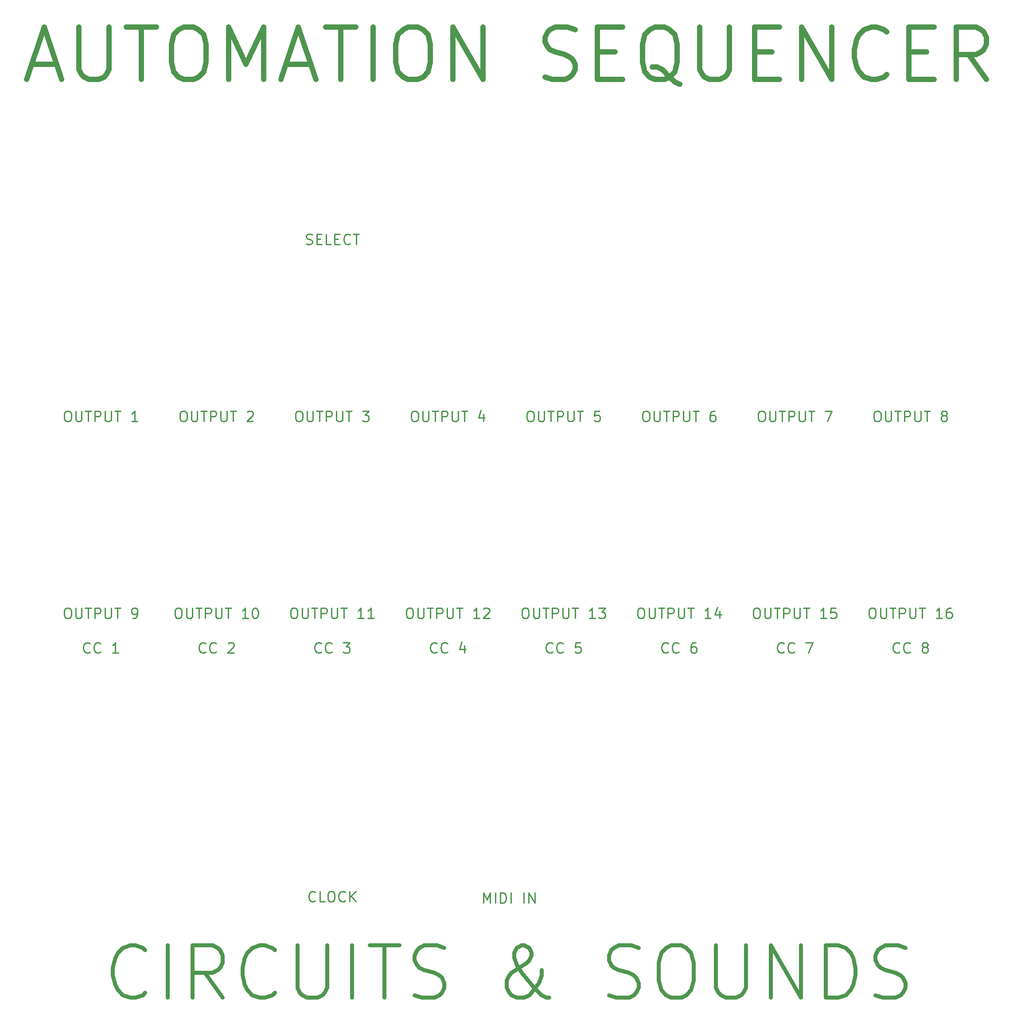
<source format=gbr>
%TF.GenerationSoftware,KiCad,Pcbnew,7.0.7*%
%TF.CreationDate,2024-07-17T17:03:53+10:00*%
%TF.ProjectId,MIDIAutomationSequencerFP,4d494449-4175-4746-9f6d-6174696f6e53,rev?*%
%TF.SameCoordinates,Original*%
%TF.FileFunction,Legend,Top*%
%TF.FilePolarity,Positive*%
%FSLAX46Y46*%
G04 Gerber Fmt 4.6, Leading zero omitted, Abs format (unit mm)*
G04 Created by KiCad (PCBNEW 7.0.7) date 2024-07-17 17:03:53*
%MOMM*%
%LPD*%
G01*
G04 APERTURE LIST*
%ADD10C,0.250000*%
%ADD11C,0.800000*%
%ADD12C,1.000000*%
G04 APERTURE END LIST*
D10*
X182816761Y-177605761D02*
X182721523Y-177701000D01*
X182721523Y-177701000D02*
X182435809Y-177796238D01*
X182435809Y-177796238D02*
X182245333Y-177796238D01*
X182245333Y-177796238D02*
X181959618Y-177701000D01*
X181959618Y-177701000D02*
X181769142Y-177510523D01*
X181769142Y-177510523D02*
X181673904Y-177320047D01*
X181673904Y-177320047D02*
X181578666Y-176939095D01*
X181578666Y-176939095D02*
X181578666Y-176653380D01*
X181578666Y-176653380D02*
X181673904Y-176272428D01*
X181673904Y-176272428D02*
X181769142Y-176081952D01*
X181769142Y-176081952D02*
X181959618Y-175891476D01*
X181959618Y-175891476D02*
X182245333Y-175796238D01*
X182245333Y-175796238D02*
X182435809Y-175796238D01*
X182435809Y-175796238D02*
X182721523Y-175891476D01*
X182721523Y-175891476D02*
X182816761Y-175986714D01*
X184816761Y-177605761D02*
X184721523Y-177701000D01*
X184721523Y-177701000D02*
X184435809Y-177796238D01*
X184435809Y-177796238D02*
X184245333Y-177796238D01*
X184245333Y-177796238D02*
X183959618Y-177701000D01*
X183959618Y-177701000D02*
X183769142Y-177510523D01*
X183769142Y-177510523D02*
X183673904Y-177320047D01*
X183673904Y-177320047D02*
X183578666Y-176939095D01*
X183578666Y-176939095D02*
X183578666Y-176653380D01*
X183578666Y-176653380D02*
X183673904Y-176272428D01*
X183673904Y-176272428D02*
X183769142Y-176081952D01*
X183769142Y-176081952D02*
X183959618Y-175891476D01*
X183959618Y-175891476D02*
X184245333Y-175796238D01*
X184245333Y-175796238D02*
X184435809Y-175796238D01*
X184435809Y-175796238D02*
X184721523Y-175891476D01*
X184721523Y-175891476D02*
X184816761Y-175986714D01*
X188054857Y-176462904D02*
X188054857Y-177796238D01*
X187578666Y-175701000D02*
X187102476Y-177129571D01*
X187102476Y-177129571D02*
X188340571Y-177129571D01*
X244682189Y-131600238D02*
X245063142Y-131600238D01*
X245063142Y-131600238D02*
X245253618Y-131695476D01*
X245253618Y-131695476D02*
X245444094Y-131885952D01*
X245444094Y-131885952D02*
X245539332Y-132266904D01*
X245539332Y-132266904D02*
X245539332Y-132933571D01*
X245539332Y-132933571D02*
X245444094Y-133314523D01*
X245444094Y-133314523D02*
X245253618Y-133505000D01*
X245253618Y-133505000D02*
X245063142Y-133600238D01*
X245063142Y-133600238D02*
X244682189Y-133600238D01*
X244682189Y-133600238D02*
X244491713Y-133505000D01*
X244491713Y-133505000D02*
X244301237Y-133314523D01*
X244301237Y-133314523D02*
X244205999Y-132933571D01*
X244205999Y-132933571D02*
X244205999Y-132266904D01*
X244205999Y-132266904D02*
X244301237Y-131885952D01*
X244301237Y-131885952D02*
X244491713Y-131695476D01*
X244491713Y-131695476D02*
X244682189Y-131600238D01*
X246396475Y-131600238D02*
X246396475Y-133219285D01*
X246396475Y-133219285D02*
X246491713Y-133409761D01*
X246491713Y-133409761D02*
X246586951Y-133505000D01*
X246586951Y-133505000D02*
X246777427Y-133600238D01*
X246777427Y-133600238D02*
X247158380Y-133600238D01*
X247158380Y-133600238D02*
X247348856Y-133505000D01*
X247348856Y-133505000D02*
X247444094Y-133409761D01*
X247444094Y-133409761D02*
X247539332Y-133219285D01*
X247539332Y-133219285D02*
X247539332Y-131600238D01*
X248205999Y-131600238D02*
X249348856Y-131600238D01*
X248777427Y-133600238D02*
X248777427Y-131600238D01*
X250015523Y-133600238D02*
X250015523Y-131600238D01*
X250015523Y-131600238D02*
X250777428Y-131600238D01*
X250777428Y-131600238D02*
X250967904Y-131695476D01*
X250967904Y-131695476D02*
X251063142Y-131790714D01*
X251063142Y-131790714D02*
X251158380Y-131981190D01*
X251158380Y-131981190D02*
X251158380Y-132266904D01*
X251158380Y-132266904D02*
X251063142Y-132457380D01*
X251063142Y-132457380D02*
X250967904Y-132552619D01*
X250967904Y-132552619D02*
X250777428Y-132647857D01*
X250777428Y-132647857D02*
X250015523Y-132647857D01*
X252015523Y-131600238D02*
X252015523Y-133219285D01*
X252015523Y-133219285D02*
X252110761Y-133409761D01*
X252110761Y-133409761D02*
X252205999Y-133505000D01*
X252205999Y-133505000D02*
X252396475Y-133600238D01*
X252396475Y-133600238D02*
X252777428Y-133600238D01*
X252777428Y-133600238D02*
X252967904Y-133505000D01*
X252967904Y-133505000D02*
X253063142Y-133409761D01*
X253063142Y-133409761D02*
X253158380Y-133219285D01*
X253158380Y-133219285D02*
X253158380Y-131600238D01*
X253825047Y-131600238D02*
X254967904Y-131600238D01*
X254396475Y-133600238D02*
X254396475Y-131600238D01*
X256967905Y-131600238D02*
X258301238Y-131600238D01*
X258301238Y-131600238D02*
X257444095Y-133600238D01*
X138620761Y-177605761D02*
X138525523Y-177701000D01*
X138525523Y-177701000D02*
X138239809Y-177796238D01*
X138239809Y-177796238D02*
X138049333Y-177796238D01*
X138049333Y-177796238D02*
X137763618Y-177701000D01*
X137763618Y-177701000D02*
X137573142Y-177510523D01*
X137573142Y-177510523D02*
X137477904Y-177320047D01*
X137477904Y-177320047D02*
X137382666Y-176939095D01*
X137382666Y-176939095D02*
X137382666Y-176653380D01*
X137382666Y-176653380D02*
X137477904Y-176272428D01*
X137477904Y-176272428D02*
X137573142Y-176081952D01*
X137573142Y-176081952D02*
X137763618Y-175891476D01*
X137763618Y-175891476D02*
X138049333Y-175796238D01*
X138049333Y-175796238D02*
X138239809Y-175796238D01*
X138239809Y-175796238D02*
X138525523Y-175891476D01*
X138525523Y-175891476D02*
X138620761Y-175986714D01*
X140620761Y-177605761D02*
X140525523Y-177701000D01*
X140525523Y-177701000D02*
X140239809Y-177796238D01*
X140239809Y-177796238D02*
X140049333Y-177796238D01*
X140049333Y-177796238D02*
X139763618Y-177701000D01*
X139763618Y-177701000D02*
X139573142Y-177510523D01*
X139573142Y-177510523D02*
X139477904Y-177320047D01*
X139477904Y-177320047D02*
X139382666Y-176939095D01*
X139382666Y-176939095D02*
X139382666Y-176653380D01*
X139382666Y-176653380D02*
X139477904Y-176272428D01*
X139477904Y-176272428D02*
X139573142Y-176081952D01*
X139573142Y-176081952D02*
X139763618Y-175891476D01*
X139763618Y-175891476D02*
X140049333Y-175796238D01*
X140049333Y-175796238D02*
X140239809Y-175796238D01*
X140239809Y-175796238D02*
X140525523Y-175891476D01*
X140525523Y-175891476D02*
X140620761Y-175986714D01*
X142906476Y-175986714D02*
X143001714Y-175891476D01*
X143001714Y-175891476D02*
X143192190Y-175796238D01*
X143192190Y-175796238D02*
X143668381Y-175796238D01*
X143668381Y-175796238D02*
X143858857Y-175891476D01*
X143858857Y-175891476D02*
X143954095Y-175986714D01*
X143954095Y-175986714D02*
X144049333Y-176177190D01*
X144049333Y-176177190D02*
X144049333Y-176367666D01*
X144049333Y-176367666D02*
X143954095Y-176653380D01*
X143954095Y-176653380D02*
X142811238Y-177796238D01*
X142811238Y-177796238D02*
X144049333Y-177796238D01*
X159575904Y-225103761D02*
X159480666Y-225199000D01*
X159480666Y-225199000D02*
X159194952Y-225294238D01*
X159194952Y-225294238D02*
X159004476Y-225294238D01*
X159004476Y-225294238D02*
X158718761Y-225199000D01*
X158718761Y-225199000D02*
X158528285Y-225008523D01*
X158528285Y-225008523D02*
X158433047Y-224818047D01*
X158433047Y-224818047D02*
X158337809Y-224437095D01*
X158337809Y-224437095D02*
X158337809Y-224151380D01*
X158337809Y-224151380D02*
X158433047Y-223770428D01*
X158433047Y-223770428D02*
X158528285Y-223579952D01*
X158528285Y-223579952D02*
X158718761Y-223389476D01*
X158718761Y-223389476D02*
X159004476Y-223294238D01*
X159004476Y-223294238D02*
X159194952Y-223294238D01*
X159194952Y-223294238D02*
X159480666Y-223389476D01*
X159480666Y-223389476D02*
X159575904Y-223484714D01*
X161385428Y-225294238D02*
X160433047Y-225294238D01*
X160433047Y-225294238D02*
X160433047Y-223294238D01*
X162433047Y-223294238D02*
X162814000Y-223294238D01*
X162814000Y-223294238D02*
X163004476Y-223389476D01*
X163004476Y-223389476D02*
X163194952Y-223579952D01*
X163194952Y-223579952D02*
X163290190Y-223960904D01*
X163290190Y-223960904D02*
X163290190Y-224627571D01*
X163290190Y-224627571D02*
X163194952Y-225008523D01*
X163194952Y-225008523D02*
X163004476Y-225199000D01*
X163004476Y-225199000D02*
X162814000Y-225294238D01*
X162814000Y-225294238D02*
X162433047Y-225294238D01*
X162433047Y-225294238D02*
X162242571Y-225199000D01*
X162242571Y-225199000D02*
X162052095Y-225008523D01*
X162052095Y-225008523D02*
X161956857Y-224627571D01*
X161956857Y-224627571D02*
X161956857Y-223960904D01*
X161956857Y-223960904D02*
X162052095Y-223579952D01*
X162052095Y-223579952D02*
X162242571Y-223389476D01*
X162242571Y-223389476D02*
X162433047Y-223294238D01*
X165290190Y-225103761D02*
X165194952Y-225199000D01*
X165194952Y-225199000D02*
X164909238Y-225294238D01*
X164909238Y-225294238D02*
X164718762Y-225294238D01*
X164718762Y-225294238D02*
X164433047Y-225199000D01*
X164433047Y-225199000D02*
X164242571Y-225008523D01*
X164242571Y-225008523D02*
X164147333Y-224818047D01*
X164147333Y-224818047D02*
X164052095Y-224437095D01*
X164052095Y-224437095D02*
X164052095Y-224151380D01*
X164052095Y-224151380D02*
X164147333Y-223770428D01*
X164147333Y-223770428D02*
X164242571Y-223579952D01*
X164242571Y-223579952D02*
X164433047Y-223389476D01*
X164433047Y-223389476D02*
X164718762Y-223294238D01*
X164718762Y-223294238D02*
X164909238Y-223294238D01*
X164909238Y-223294238D02*
X165194952Y-223389476D01*
X165194952Y-223389476D02*
X165290190Y-223484714D01*
X166147333Y-225294238D02*
X166147333Y-223294238D01*
X167290190Y-225294238D02*
X166433047Y-224151380D01*
X167290190Y-223294238D02*
X166147333Y-224437095D01*
X266780189Y-131600238D02*
X267161142Y-131600238D01*
X267161142Y-131600238D02*
X267351618Y-131695476D01*
X267351618Y-131695476D02*
X267542094Y-131885952D01*
X267542094Y-131885952D02*
X267637332Y-132266904D01*
X267637332Y-132266904D02*
X267637332Y-132933571D01*
X267637332Y-132933571D02*
X267542094Y-133314523D01*
X267542094Y-133314523D02*
X267351618Y-133505000D01*
X267351618Y-133505000D02*
X267161142Y-133600238D01*
X267161142Y-133600238D02*
X266780189Y-133600238D01*
X266780189Y-133600238D02*
X266589713Y-133505000D01*
X266589713Y-133505000D02*
X266399237Y-133314523D01*
X266399237Y-133314523D02*
X266303999Y-132933571D01*
X266303999Y-132933571D02*
X266303999Y-132266904D01*
X266303999Y-132266904D02*
X266399237Y-131885952D01*
X266399237Y-131885952D02*
X266589713Y-131695476D01*
X266589713Y-131695476D02*
X266780189Y-131600238D01*
X268494475Y-131600238D02*
X268494475Y-133219285D01*
X268494475Y-133219285D02*
X268589713Y-133409761D01*
X268589713Y-133409761D02*
X268684951Y-133505000D01*
X268684951Y-133505000D02*
X268875427Y-133600238D01*
X268875427Y-133600238D02*
X269256380Y-133600238D01*
X269256380Y-133600238D02*
X269446856Y-133505000D01*
X269446856Y-133505000D02*
X269542094Y-133409761D01*
X269542094Y-133409761D02*
X269637332Y-133219285D01*
X269637332Y-133219285D02*
X269637332Y-131600238D01*
X270303999Y-131600238D02*
X271446856Y-131600238D01*
X270875427Y-133600238D02*
X270875427Y-131600238D01*
X272113523Y-133600238D02*
X272113523Y-131600238D01*
X272113523Y-131600238D02*
X272875428Y-131600238D01*
X272875428Y-131600238D02*
X273065904Y-131695476D01*
X273065904Y-131695476D02*
X273161142Y-131790714D01*
X273161142Y-131790714D02*
X273256380Y-131981190D01*
X273256380Y-131981190D02*
X273256380Y-132266904D01*
X273256380Y-132266904D02*
X273161142Y-132457380D01*
X273161142Y-132457380D02*
X273065904Y-132552619D01*
X273065904Y-132552619D02*
X272875428Y-132647857D01*
X272875428Y-132647857D02*
X272113523Y-132647857D01*
X274113523Y-131600238D02*
X274113523Y-133219285D01*
X274113523Y-133219285D02*
X274208761Y-133409761D01*
X274208761Y-133409761D02*
X274303999Y-133505000D01*
X274303999Y-133505000D02*
X274494475Y-133600238D01*
X274494475Y-133600238D02*
X274875428Y-133600238D01*
X274875428Y-133600238D02*
X275065904Y-133505000D01*
X275065904Y-133505000D02*
X275161142Y-133409761D01*
X275161142Y-133409761D02*
X275256380Y-133219285D01*
X275256380Y-133219285D02*
X275256380Y-131600238D01*
X275923047Y-131600238D02*
X277065904Y-131600238D01*
X276494475Y-133600238D02*
X276494475Y-131600238D01*
X279542095Y-132457380D02*
X279351619Y-132362142D01*
X279351619Y-132362142D02*
X279256381Y-132266904D01*
X279256381Y-132266904D02*
X279161143Y-132076428D01*
X279161143Y-132076428D02*
X279161143Y-131981190D01*
X279161143Y-131981190D02*
X279256381Y-131790714D01*
X279256381Y-131790714D02*
X279351619Y-131695476D01*
X279351619Y-131695476D02*
X279542095Y-131600238D01*
X279542095Y-131600238D02*
X279923048Y-131600238D01*
X279923048Y-131600238D02*
X280113524Y-131695476D01*
X280113524Y-131695476D02*
X280208762Y-131790714D01*
X280208762Y-131790714D02*
X280304000Y-131981190D01*
X280304000Y-131981190D02*
X280304000Y-132076428D01*
X280304000Y-132076428D02*
X280208762Y-132266904D01*
X280208762Y-132266904D02*
X280113524Y-132362142D01*
X280113524Y-132362142D02*
X279923048Y-132457380D01*
X279923048Y-132457380D02*
X279542095Y-132457380D01*
X279542095Y-132457380D02*
X279351619Y-132552619D01*
X279351619Y-132552619D02*
X279256381Y-132647857D01*
X279256381Y-132647857D02*
X279161143Y-132838333D01*
X279161143Y-132838333D02*
X279161143Y-133219285D01*
X279161143Y-133219285D02*
X279256381Y-133409761D01*
X279256381Y-133409761D02*
X279351619Y-133505000D01*
X279351619Y-133505000D02*
X279542095Y-133600238D01*
X279542095Y-133600238D02*
X279923048Y-133600238D01*
X279923048Y-133600238D02*
X280113524Y-133505000D01*
X280113524Y-133505000D02*
X280208762Y-133409761D01*
X280208762Y-133409761D02*
X280304000Y-133219285D01*
X280304000Y-133219285D02*
X280304000Y-132838333D01*
X280304000Y-132838333D02*
X280208762Y-132647857D01*
X280208762Y-132647857D02*
X280113524Y-132552619D01*
X280113524Y-132552619D02*
X279923048Y-132457380D01*
X199533808Y-169192238D02*
X199914761Y-169192238D01*
X199914761Y-169192238D02*
X200105237Y-169287476D01*
X200105237Y-169287476D02*
X200295713Y-169477952D01*
X200295713Y-169477952D02*
X200390951Y-169858904D01*
X200390951Y-169858904D02*
X200390951Y-170525571D01*
X200390951Y-170525571D02*
X200295713Y-170906523D01*
X200295713Y-170906523D02*
X200105237Y-171097000D01*
X200105237Y-171097000D02*
X199914761Y-171192238D01*
X199914761Y-171192238D02*
X199533808Y-171192238D01*
X199533808Y-171192238D02*
X199343332Y-171097000D01*
X199343332Y-171097000D02*
X199152856Y-170906523D01*
X199152856Y-170906523D02*
X199057618Y-170525571D01*
X199057618Y-170525571D02*
X199057618Y-169858904D01*
X199057618Y-169858904D02*
X199152856Y-169477952D01*
X199152856Y-169477952D02*
X199343332Y-169287476D01*
X199343332Y-169287476D02*
X199533808Y-169192238D01*
X201248094Y-169192238D02*
X201248094Y-170811285D01*
X201248094Y-170811285D02*
X201343332Y-171001761D01*
X201343332Y-171001761D02*
X201438570Y-171097000D01*
X201438570Y-171097000D02*
X201629046Y-171192238D01*
X201629046Y-171192238D02*
X202009999Y-171192238D01*
X202009999Y-171192238D02*
X202200475Y-171097000D01*
X202200475Y-171097000D02*
X202295713Y-171001761D01*
X202295713Y-171001761D02*
X202390951Y-170811285D01*
X202390951Y-170811285D02*
X202390951Y-169192238D01*
X203057618Y-169192238D02*
X204200475Y-169192238D01*
X203629046Y-171192238D02*
X203629046Y-169192238D01*
X204867142Y-171192238D02*
X204867142Y-169192238D01*
X204867142Y-169192238D02*
X205629047Y-169192238D01*
X205629047Y-169192238D02*
X205819523Y-169287476D01*
X205819523Y-169287476D02*
X205914761Y-169382714D01*
X205914761Y-169382714D02*
X206009999Y-169573190D01*
X206009999Y-169573190D02*
X206009999Y-169858904D01*
X206009999Y-169858904D02*
X205914761Y-170049380D01*
X205914761Y-170049380D02*
X205819523Y-170144619D01*
X205819523Y-170144619D02*
X205629047Y-170239857D01*
X205629047Y-170239857D02*
X204867142Y-170239857D01*
X206867142Y-169192238D02*
X206867142Y-170811285D01*
X206867142Y-170811285D02*
X206962380Y-171001761D01*
X206962380Y-171001761D02*
X207057618Y-171097000D01*
X207057618Y-171097000D02*
X207248094Y-171192238D01*
X207248094Y-171192238D02*
X207629047Y-171192238D01*
X207629047Y-171192238D02*
X207819523Y-171097000D01*
X207819523Y-171097000D02*
X207914761Y-171001761D01*
X207914761Y-171001761D02*
X208009999Y-170811285D01*
X208009999Y-170811285D02*
X208009999Y-169192238D01*
X208676666Y-169192238D02*
X209819523Y-169192238D01*
X209248094Y-171192238D02*
X209248094Y-169192238D01*
X213057619Y-171192238D02*
X211914762Y-171192238D01*
X212486190Y-171192238D02*
X212486190Y-169192238D01*
X212486190Y-169192238D02*
X212295714Y-169477952D01*
X212295714Y-169477952D02*
X212105238Y-169668428D01*
X212105238Y-169668428D02*
X211914762Y-169763666D01*
X213724286Y-169192238D02*
X214962381Y-169192238D01*
X214962381Y-169192238D02*
X214295714Y-169954142D01*
X214295714Y-169954142D02*
X214581429Y-169954142D01*
X214581429Y-169954142D02*
X214771905Y-170049380D01*
X214771905Y-170049380D02*
X214867143Y-170144619D01*
X214867143Y-170144619D02*
X214962381Y-170335095D01*
X214962381Y-170335095D02*
X214962381Y-170811285D01*
X214962381Y-170811285D02*
X214867143Y-171001761D01*
X214867143Y-171001761D02*
X214771905Y-171097000D01*
X214771905Y-171097000D02*
X214581429Y-171192238D01*
X214581429Y-171192238D02*
X214010000Y-171192238D01*
X214010000Y-171192238D02*
X213819524Y-171097000D01*
X213819524Y-171097000D02*
X213724286Y-171001761D01*
X271208761Y-177605761D02*
X271113523Y-177701000D01*
X271113523Y-177701000D02*
X270827809Y-177796238D01*
X270827809Y-177796238D02*
X270637333Y-177796238D01*
X270637333Y-177796238D02*
X270351618Y-177701000D01*
X270351618Y-177701000D02*
X270161142Y-177510523D01*
X270161142Y-177510523D02*
X270065904Y-177320047D01*
X270065904Y-177320047D02*
X269970666Y-176939095D01*
X269970666Y-176939095D02*
X269970666Y-176653380D01*
X269970666Y-176653380D02*
X270065904Y-176272428D01*
X270065904Y-176272428D02*
X270161142Y-176081952D01*
X270161142Y-176081952D02*
X270351618Y-175891476D01*
X270351618Y-175891476D02*
X270637333Y-175796238D01*
X270637333Y-175796238D02*
X270827809Y-175796238D01*
X270827809Y-175796238D02*
X271113523Y-175891476D01*
X271113523Y-175891476D02*
X271208761Y-175986714D01*
X273208761Y-177605761D02*
X273113523Y-177701000D01*
X273113523Y-177701000D02*
X272827809Y-177796238D01*
X272827809Y-177796238D02*
X272637333Y-177796238D01*
X272637333Y-177796238D02*
X272351618Y-177701000D01*
X272351618Y-177701000D02*
X272161142Y-177510523D01*
X272161142Y-177510523D02*
X272065904Y-177320047D01*
X272065904Y-177320047D02*
X271970666Y-176939095D01*
X271970666Y-176939095D02*
X271970666Y-176653380D01*
X271970666Y-176653380D02*
X272065904Y-176272428D01*
X272065904Y-176272428D02*
X272161142Y-176081952D01*
X272161142Y-176081952D02*
X272351618Y-175891476D01*
X272351618Y-175891476D02*
X272637333Y-175796238D01*
X272637333Y-175796238D02*
X272827809Y-175796238D01*
X272827809Y-175796238D02*
X273113523Y-175891476D01*
X273113523Y-175891476D02*
X273208761Y-175986714D01*
X275875428Y-176653380D02*
X275684952Y-176558142D01*
X275684952Y-176558142D02*
X275589714Y-176462904D01*
X275589714Y-176462904D02*
X275494476Y-176272428D01*
X275494476Y-176272428D02*
X275494476Y-176177190D01*
X275494476Y-176177190D02*
X275589714Y-175986714D01*
X275589714Y-175986714D02*
X275684952Y-175891476D01*
X275684952Y-175891476D02*
X275875428Y-175796238D01*
X275875428Y-175796238D02*
X276256381Y-175796238D01*
X276256381Y-175796238D02*
X276446857Y-175891476D01*
X276446857Y-175891476D02*
X276542095Y-175986714D01*
X276542095Y-175986714D02*
X276637333Y-176177190D01*
X276637333Y-176177190D02*
X276637333Y-176272428D01*
X276637333Y-176272428D02*
X276542095Y-176462904D01*
X276542095Y-176462904D02*
X276446857Y-176558142D01*
X276446857Y-176558142D02*
X276256381Y-176653380D01*
X276256381Y-176653380D02*
X275875428Y-176653380D01*
X275875428Y-176653380D02*
X275684952Y-176748619D01*
X275684952Y-176748619D02*
X275589714Y-176843857D01*
X275589714Y-176843857D02*
X275494476Y-177034333D01*
X275494476Y-177034333D02*
X275494476Y-177415285D01*
X275494476Y-177415285D02*
X275589714Y-177605761D01*
X275589714Y-177605761D02*
X275684952Y-177701000D01*
X275684952Y-177701000D02*
X275875428Y-177796238D01*
X275875428Y-177796238D02*
X276256381Y-177796238D01*
X276256381Y-177796238D02*
X276446857Y-177701000D01*
X276446857Y-177701000D02*
X276542095Y-177605761D01*
X276542095Y-177605761D02*
X276637333Y-177415285D01*
X276637333Y-177415285D02*
X276637333Y-177034333D01*
X276637333Y-177034333D02*
X276542095Y-176843857D01*
X276542095Y-176843857D02*
X276446857Y-176748619D01*
X276446857Y-176748619D02*
X276256381Y-176653380D01*
X112094189Y-169192238D02*
X112475142Y-169192238D01*
X112475142Y-169192238D02*
X112665618Y-169287476D01*
X112665618Y-169287476D02*
X112856094Y-169477952D01*
X112856094Y-169477952D02*
X112951332Y-169858904D01*
X112951332Y-169858904D02*
X112951332Y-170525571D01*
X112951332Y-170525571D02*
X112856094Y-170906523D01*
X112856094Y-170906523D02*
X112665618Y-171097000D01*
X112665618Y-171097000D02*
X112475142Y-171192238D01*
X112475142Y-171192238D02*
X112094189Y-171192238D01*
X112094189Y-171192238D02*
X111903713Y-171097000D01*
X111903713Y-171097000D02*
X111713237Y-170906523D01*
X111713237Y-170906523D02*
X111617999Y-170525571D01*
X111617999Y-170525571D02*
X111617999Y-169858904D01*
X111617999Y-169858904D02*
X111713237Y-169477952D01*
X111713237Y-169477952D02*
X111903713Y-169287476D01*
X111903713Y-169287476D02*
X112094189Y-169192238D01*
X113808475Y-169192238D02*
X113808475Y-170811285D01*
X113808475Y-170811285D02*
X113903713Y-171001761D01*
X113903713Y-171001761D02*
X113998951Y-171097000D01*
X113998951Y-171097000D02*
X114189427Y-171192238D01*
X114189427Y-171192238D02*
X114570380Y-171192238D01*
X114570380Y-171192238D02*
X114760856Y-171097000D01*
X114760856Y-171097000D02*
X114856094Y-171001761D01*
X114856094Y-171001761D02*
X114951332Y-170811285D01*
X114951332Y-170811285D02*
X114951332Y-169192238D01*
X115617999Y-169192238D02*
X116760856Y-169192238D01*
X116189427Y-171192238D02*
X116189427Y-169192238D01*
X117427523Y-171192238D02*
X117427523Y-169192238D01*
X117427523Y-169192238D02*
X118189428Y-169192238D01*
X118189428Y-169192238D02*
X118379904Y-169287476D01*
X118379904Y-169287476D02*
X118475142Y-169382714D01*
X118475142Y-169382714D02*
X118570380Y-169573190D01*
X118570380Y-169573190D02*
X118570380Y-169858904D01*
X118570380Y-169858904D02*
X118475142Y-170049380D01*
X118475142Y-170049380D02*
X118379904Y-170144619D01*
X118379904Y-170144619D02*
X118189428Y-170239857D01*
X118189428Y-170239857D02*
X117427523Y-170239857D01*
X119427523Y-169192238D02*
X119427523Y-170811285D01*
X119427523Y-170811285D02*
X119522761Y-171001761D01*
X119522761Y-171001761D02*
X119617999Y-171097000D01*
X119617999Y-171097000D02*
X119808475Y-171192238D01*
X119808475Y-171192238D02*
X120189428Y-171192238D01*
X120189428Y-171192238D02*
X120379904Y-171097000D01*
X120379904Y-171097000D02*
X120475142Y-171001761D01*
X120475142Y-171001761D02*
X120570380Y-170811285D01*
X120570380Y-170811285D02*
X120570380Y-169192238D01*
X121237047Y-169192238D02*
X122379904Y-169192238D01*
X121808475Y-171192238D02*
X121808475Y-169192238D01*
X124665619Y-171192238D02*
X125046571Y-171192238D01*
X125046571Y-171192238D02*
X125237048Y-171097000D01*
X125237048Y-171097000D02*
X125332286Y-171001761D01*
X125332286Y-171001761D02*
X125522762Y-170716047D01*
X125522762Y-170716047D02*
X125618000Y-170335095D01*
X125618000Y-170335095D02*
X125618000Y-169573190D01*
X125618000Y-169573190D02*
X125522762Y-169382714D01*
X125522762Y-169382714D02*
X125427524Y-169287476D01*
X125427524Y-169287476D02*
X125237048Y-169192238D01*
X125237048Y-169192238D02*
X124856095Y-169192238D01*
X124856095Y-169192238D02*
X124665619Y-169287476D01*
X124665619Y-169287476D02*
X124570381Y-169382714D01*
X124570381Y-169382714D02*
X124475143Y-169573190D01*
X124475143Y-169573190D02*
X124475143Y-170049380D01*
X124475143Y-170049380D02*
X124570381Y-170239857D01*
X124570381Y-170239857D02*
X124665619Y-170335095D01*
X124665619Y-170335095D02*
X124856095Y-170430333D01*
X124856095Y-170430333D02*
X125237048Y-170430333D01*
X125237048Y-170430333D02*
X125427524Y-170335095D01*
X125427524Y-170335095D02*
X125522762Y-170239857D01*
X125522762Y-170239857D02*
X125618000Y-170049380D01*
X177435808Y-169192238D02*
X177816761Y-169192238D01*
X177816761Y-169192238D02*
X178007237Y-169287476D01*
X178007237Y-169287476D02*
X178197713Y-169477952D01*
X178197713Y-169477952D02*
X178292951Y-169858904D01*
X178292951Y-169858904D02*
X178292951Y-170525571D01*
X178292951Y-170525571D02*
X178197713Y-170906523D01*
X178197713Y-170906523D02*
X178007237Y-171097000D01*
X178007237Y-171097000D02*
X177816761Y-171192238D01*
X177816761Y-171192238D02*
X177435808Y-171192238D01*
X177435808Y-171192238D02*
X177245332Y-171097000D01*
X177245332Y-171097000D02*
X177054856Y-170906523D01*
X177054856Y-170906523D02*
X176959618Y-170525571D01*
X176959618Y-170525571D02*
X176959618Y-169858904D01*
X176959618Y-169858904D02*
X177054856Y-169477952D01*
X177054856Y-169477952D02*
X177245332Y-169287476D01*
X177245332Y-169287476D02*
X177435808Y-169192238D01*
X179150094Y-169192238D02*
X179150094Y-170811285D01*
X179150094Y-170811285D02*
X179245332Y-171001761D01*
X179245332Y-171001761D02*
X179340570Y-171097000D01*
X179340570Y-171097000D02*
X179531046Y-171192238D01*
X179531046Y-171192238D02*
X179911999Y-171192238D01*
X179911999Y-171192238D02*
X180102475Y-171097000D01*
X180102475Y-171097000D02*
X180197713Y-171001761D01*
X180197713Y-171001761D02*
X180292951Y-170811285D01*
X180292951Y-170811285D02*
X180292951Y-169192238D01*
X180959618Y-169192238D02*
X182102475Y-169192238D01*
X181531046Y-171192238D02*
X181531046Y-169192238D01*
X182769142Y-171192238D02*
X182769142Y-169192238D01*
X182769142Y-169192238D02*
X183531047Y-169192238D01*
X183531047Y-169192238D02*
X183721523Y-169287476D01*
X183721523Y-169287476D02*
X183816761Y-169382714D01*
X183816761Y-169382714D02*
X183911999Y-169573190D01*
X183911999Y-169573190D02*
X183911999Y-169858904D01*
X183911999Y-169858904D02*
X183816761Y-170049380D01*
X183816761Y-170049380D02*
X183721523Y-170144619D01*
X183721523Y-170144619D02*
X183531047Y-170239857D01*
X183531047Y-170239857D02*
X182769142Y-170239857D01*
X184769142Y-169192238D02*
X184769142Y-170811285D01*
X184769142Y-170811285D02*
X184864380Y-171001761D01*
X184864380Y-171001761D02*
X184959618Y-171097000D01*
X184959618Y-171097000D02*
X185150094Y-171192238D01*
X185150094Y-171192238D02*
X185531047Y-171192238D01*
X185531047Y-171192238D02*
X185721523Y-171097000D01*
X185721523Y-171097000D02*
X185816761Y-171001761D01*
X185816761Y-171001761D02*
X185911999Y-170811285D01*
X185911999Y-170811285D02*
X185911999Y-169192238D01*
X186578666Y-169192238D02*
X187721523Y-169192238D01*
X187150094Y-171192238D02*
X187150094Y-169192238D01*
X190959619Y-171192238D02*
X189816762Y-171192238D01*
X190388190Y-171192238D02*
X190388190Y-169192238D01*
X190388190Y-169192238D02*
X190197714Y-169477952D01*
X190197714Y-169477952D02*
X190007238Y-169668428D01*
X190007238Y-169668428D02*
X189816762Y-169763666D01*
X191721524Y-169382714D02*
X191816762Y-169287476D01*
X191816762Y-169287476D02*
X192007238Y-169192238D01*
X192007238Y-169192238D02*
X192483429Y-169192238D01*
X192483429Y-169192238D02*
X192673905Y-169287476D01*
X192673905Y-169287476D02*
X192769143Y-169382714D01*
X192769143Y-169382714D02*
X192864381Y-169573190D01*
X192864381Y-169573190D02*
X192864381Y-169763666D01*
X192864381Y-169763666D02*
X192769143Y-170049380D01*
X192769143Y-170049380D02*
X191626286Y-171192238D01*
X191626286Y-171192238D02*
X192864381Y-171192238D01*
X155337808Y-169192238D02*
X155718761Y-169192238D01*
X155718761Y-169192238D02*
X155909237Y-169287476D01*
X155909237Y-169287476D02*
X156099713Y-169477952D01*
X156099713Y-169477952D02*
X156194951Y-169858904D01*
X156194951Y-169858904D02*
X156194951Y-170525571D01*
X156194951Y-170525571D02*
X156099713Y-170906523D01*
X156099713Y-170906523D02*
X155909237Y-171097000D01*
X155909237Y-171097000D02*
X155718761Y-171192238D01*
X155718761Y-171192238D02*
X155337808Y-171192238D01*
X155337808Y-171192238D02*
X155147332Y-171097000D01*
X155147332Y-171097000D02*
X154956856Y-170906523D01*
X154956856Y-170906523D02*
X154861618Y-170525571D01*
X154861618Y-170525571D02*
X154861618Y-169858904D01*
X154861618Y-169858904D02*
X154956856Y-169477952D01*
X154956856Y-169477952D02*
X155147332Y-169287476D01*
X155147332Y-169287476D02*
X155337808Y-169192238D01*
X157052094Y-169192238D02*
X157052094Y-170811285D01*
X157052094Y-170811285D02*
X157147332Y-171001761D01*
X157147332Y-171001761D02*
X157242570Y-171097000D01*
X157242570Y-171097000D02*
X157433046Y-171192238D01*
X157433046Y-171192238D02*
X157813999Y-171192238D01*
X157813999Y-171192238D02*
X158004475Y-171097000D01*
X158004475Y-171097000D02*
X158099713Y-171001761D01*
X158099713Y-171001761D02*
X158194951Y-170811285D01*
X158194951Y-170811285D02*
X158194951Y-169192238D01*
X158861618Y-169192238D02*
X160004475Y-169192238D01*
X159433046Y-171192238D02*
X159433046Y-169192238D01*
X160671142Y-171192238D02*
X160671142Y-169192238D01*
X160671142Y-169192238D02*
X161433047Y-169192238D01*
X161433047Y-169192238D02*
X161623523Y-169287476D01*
X161623523Y-169287476D02*
X161718761Y-169382714D01*
X161718761Y-169382714D02*
X161813999Y-169573190D01*
X161813999Y-169573190D02*
X161813999Y-169858904D01*
X161813999Y-169858904D02*
X161718761Y-170049380D01*
X161718761Y-170049380D02*
X161623523Y-170144619D01*
X161623523Y-170144619D02*
X161433047Y-170239857D01*
X161433047Y-170239857D02*
X160671142Y-170239857D01*
X162671142Y-169192238D02*
X162671142Y-170811285D01*
X162671142Y-170811285D02*
X162766380Y-171001761D01*
X162766380Y-171001761D02*
X162861618Y-171097000D01*
X162861618Y-171097000D02*
X163052094Y-171192238D01*
X163052094Y-171192238D02*
X163433047Y-171192238D01*
X163433047Y-171192238D02*
X163623523Y-171097000D01*
X163623523Y-171097000D02*
X163718761Y-171001761D01*
X163718761Y-171001761D02*
X163813999Y-170811285D01*
X163813999Y-170811285D02*
X163813999Y-169192238D01*
X164480666Y-169192238D02*
X165623523Y-169192238D01*
X165052094Y-171192238D02*
X165052094Y-169192238D01*
X168861619Y-171192238D02*
X167718762Y-171192238D01*
X168290190Y-171192238D02*
X168290190Y-169192238D01*
X168290190Y-169192238D02*
X168099714Y-169477952D01*
X168099714Y-169477952D02*
X167909238Y-169668428D01*
X167909238Y-169668428D02*
X167718762Y-169763666D01*
X170766381Y-171192238D02*
X169623524Y-171192238D01*
X170194952Y-171192238D02*
X170194952Y-169192238D01*
X170194952Y-169192238D02*
X170004476Y-169477952D01*
X170004476Y-169477952D02*
X169814000Y-169668428D01*
X169814000Y-169668428D02*
X169623524Y-169763666D01*
X157861618Y-99723000D02*
X158147332Y-99818238D01*
X158147332Y-99818238D02*
X158623523Y-99818238D01*
X158623523Y-99818238D02*
X158813999Y-99723000D01*
X158813999Y-99723000D02*
X158909237Y-99627761D01*
X158909237Y-99627761D02*
X159004475Y-99437285D01*
X159004475Y-99437285D02*
X159004475Y-99246809D01*
X159004475Y-99246809D02*
X158909237Y-99056333D01*
X158909237Y-99056333D02*
X158813999Y-98961095D01*
X158813999Y-98961095D02*
X158623523Y-98865857D01*
X158623523Y-98865857D02*
X158242570Y-98770619D01*
X158242570Y-98770619D02*
X158052094Y-98675380D01*
X158052094Y-98675380D02*
X157956856Y-98580142D01*
X157956856Y-98580142D02*
X157861618Y-98389666D01*
X157861618Y-98389666D02*
X157861618Y-98199190D01*
X157861618Y-98199190D02*
X157956856Y-98008714D01*
X157956856Y-98008714D02*
X158052094Y-97913476D01*
X158052094Y-97913476D02*
X158242570Y-97818238D01*
X158242570Y-97818238D02*
X158718761Y-97818238D01*
X158718761Y-97818238D02*
X159004475Y-97913476D01*
X159861618Y-98770619D02*
X160528285Y-98770619D01*
X160813999Y-99818238D02*
X159861618Y-99818238D01*
X159861618Y-99818238D02*
X159861618Y-97818238D01*
X159861618Y-97818238D02*
X160813999Y-97818238D01*
X162623523Y-99818238D02*
X161671142Y-99818238D01*
X161671142Y-99818238D02*
X161671142Y-97818238D01*
X163290190Y-98770619D02*
X163956857Y-98770619D01*
X164242571Y-99818238D02*
X163290190Y-99818238D01*
X163290190Y-99818238D02*
X163290190Y-97818238D01*
X163290190Y-97818238D02*
X164242571Y-97818238D01*
X166242571Y-99627761D02*
X166147333Y-99723000D01*
X166147333Y-99723000D02*
X165861619Y-99818238D01*
X165861619Y-99818238D02*
X165671143Y-99818238D01*
X165671143Y-99818238D02*
X165385428Y-99723000D01*
X165385428Y-99723000D02*
X165194952Y-99532523D01*
X165194952Y-99532523D02*
X165099714Y-99342047D01*
X165099714Y-99342047D02*
X165004476Y-98961095D01*
X165004476Y-98961095D02*
X165004476Y-98675380D01*
X165004476Y-98675380D02*
X165099714Y-98294428D01*
X165099714Y-98294428D02*
X165194952Y-98103952D01*
X165194952Y-98103952D02*
X165385428Y-97913476D01*
X165385428Y-97913476D02*
X165671143Y-97818238D01*
X165671143Y-97818238D02*
X165861619Y-97818238D01*
X165861619Y-97818238D02*
X166147333Y-97913476D01*
X166147333Y-97913476D02*
X166242571Y-98008714D01*
X166814000Y-97818238D02*
X167956857Y-97818238D01*
X167385428Y-99818238D02*
X167385428Y-97818238D01*
X221631808Y-169192238D02*
X222012761Y-169192238D01*
X222012761Y-169192238D02*
X222203237Y-169287476D01*
X222203237Y-169287476D02*
X222393713Y-169477952D01*
X222393713Y-169477952D02*
X222488951Y-169858904D01*
X222488951Y-169858904D02*
X222488951Y-170525571D01*
X222488951Y-170525571D02*
X222393713Y-170906523D01*
X222393713Y-170906523D02*
X222203237Y-171097000D01*
X222203237Y-171097000D02*
X222012761Y-171192238D01*
X222012761Y-171192238D02*
X221631808Y-171192238D01*
X221631808Y-171192238D02*
X221441332Y-171097000D01*
X221441332Y-171097000D02*
X221250856Y-170906523D01*
X221250856Y-170906523D02*
X221155618Y-170525571D01*
X221155618Y-170525571D02*
X221155618Y-169858904D01*
X221155618Y-169858904D02*
X221250856Y-169477952D01*
X221250856Y-169477952D02*
X221441332Y-169287476D01*
X221441332Y-169287476D02*
X221631808Y-169192238D01*
X223346094Y-169192238D02*
X223346094Y-170811285D01*
X223346094Y-170811285D02*
X223441332Y-171001761D01*
X223441332Y-171001761D02*
X223536570Y-171097000D01*
X223536570Y-171097000D02*
X223727046Y-171192238D01*
X223727046Y-171192238D02*
X224107999Y-171192238D01*
X224107999Y-171192238D02*
X224298475Y-171097000D01*
X224298475Y-171097000D02*
X224393713Y-171001761D01*
X224393713Y-171001761D02*
X224488951Y-170811285D01*
X224488951Y-170811285D02*
X224488951Y-169192238D01*
X225155618Y-169192238D02*
X226298475Y-169192238D01*
X225727046Y-171192238D02*
X225727046Y-169192238D01*
X226965142Y-171192238D02*
X226965142Y-169192238D01*
X226965142Y-169192238D02*
X227727047Y-169192238D01*
X227727047Y-169192238D02*
X227917523Y-169287476D01*
X227917523Y-169287476D02*
X228012761Y-169382714D01*
X228012761Y-169382714D02*
X228107999Y-169573190D01*
X228107999Y-169573190D02*
X228107999Y-169858904D01*
X228107999Y-169858904D02*
X228012761Y-170049380D01*
X228012761Y-170049380D02*
X227917523Y-170144619D01*
X227917523Y-170144619D02*
X227727047Y-170239857D01*
X227727047Y-170239857D02*
X226965142Y-170239857D01*
X228965142Y-169192238D02*
X228965142Y-170811285D01*
X228965142Y-170811285D02*
X229060380Y-171001761D01*
X229060380Y-171001761D02*
X229155618Y-171097000D01*
X229155618Y-171097000D02*
X229346094Y-171192238D01*
X229346094Y-171192238D02*
X229727047Y-171192238D01*
X229727047Y-171192238D02*
X229917523Y-171097000D01*
X229917523Y-171097000D02*
X230012761Y-171001761D01*
X230012761Y-171001761D02*
X230107999Y-170811285D01*
X230107999Y-170811285D02*
X230107999Y-169192238D01*
X230774666Y-169192238D02*
X231917523Y-169192238D01*
X231346094Y-171192238D02*
X231346094Y-169192238D01*
X235155619Y-171192238D02*
X234012762Y-171192238D01*
X234584190Y-171192238D02*
X234584190Y-169192238D01*
X234584190Y-169192238D02*
X234393714Y-169477952D01*
X234393714Y-169477952D02*
X234203238Y-169668428D01*
X234203238Y-169668428D02*
X234012762Y-169763666D01*
X236869905Y-169858904D02*
X236869905Y-171192238D01*
X236393714Y-169097000D02*
X235917524Y-170525571D01*
X235917524Y-170525571D02*
X237155619Y-170525571D01*
X112094189Y-131600238D02*
X112475142Y-131600238D01*
X112475142Y-131600238D02*
X112665618Y-131695476D01*
X112665618Y-131695476D02*
X112856094Y-131885952D01*
X112856094Y-131885952D02*
X112951332Y-132266904D01*
X112951332Y-132266904D02*
X112951332Y-132933571D01*
X112951332Y-132933571D02*
X112856094Y-133314523D01*
X112856094Y-133314523D02*
X112665618Y-133505000D01*
X112665618Y-133505000D02*
X112475142Y-133600238D01*
X112475142Y-133600238D02*
X112094189Y-133600238D01*
X112094189Y-133600238D02*
X111903713Y-133505000D01*
X111903713Y-133505000D02*
X111713237Y-133314523D01*
X111713237Y-133314523D02*
X111617999Y-132933571D01*
X111617999Y-132933571D02*
X111617999Y-132266904D01*
X111617999Y-132266904D02*
X111713237Y-131885952D01*
X111713237Y-131885952D02*
X111903713Y-131695476D01*
X111903713Y-131695476D02*
X112094189Y-131600238D01*
X113808475Y-131600238D02*
X113808475Y-133219285D01*
X113808475Y-133219285D02*
X113903713Y-133409761D01*
X113903713Y-133409761D02*
X113998951Y-133505000D01*
X113998951Y-133505000D02*
X114189427Y-133600238D01*
X114189427Y-133600238D02*
X114570380Y-133600238D01*
X114570380Y-133600238D02*
X114760856Y-133505000D01*
X114760856Y-133505000D02*
X114856094Y-133409761D01*
X114856094Y-133409761D02*
X114951332Y-133219285D01*
X114951332Y-133219285D02*
X114951332Y-131600238D01*
X115617999Y-131600238D02*
X116760856Y-131600238D01*
X116189427Y-133600238D02*
X116189427Y-131600238D01*
X117427523Y-133600238D02*
X117427523Y-131600238D01*
X117427523Y-131600238D02*
X118189428Y-131600238D01*
X118189428Y-131600238D02*
X118379904Y-131695476D01*
X118379904Y-131695476D02*
X118475142Y-131790714D01*
X118475142Y-131790714D02*
X118570380Y-131981190D01*
X118570380Y-131981190D02*
X118570380Y-132266904D01*
X118570380Y-132266904D02*
X118475142Y-132457380D01*
X118475142Y-132457380D02*
X118379904Y-132552619D01*
X118379904Y-132552619D02*
X118189428Y-132647857D01*
X118189428Y-132647857D02*
X117427523Y-132647857D01*
X119427523Y-131600238D02*
X119427523Y-133219285D01*
X119427523Y-133219285D02*
X119522761Y-133409761D01*
X119522761Y-133409761D02*
X119617999Y-133505000D01*
X119617999Y-133505000D02*
X119808475Y-133600238D01*
X119808475Y-133600238D02*
X120189428Y-133600238D01*
X120189428Y-133600238D02*
X120379904Y-133505000D01*
X120379904Y-133505000D02*
X120475142Y-133409761D01*
X120475142Y-133409761D02*
X120570380Y-133219285D01*
X120570380Y-133219285D02*
X120570380Y-131600238D01*
X121237047Y-131600238D02*
X122379904Y-131600238D01*
X121808475Y-133600238D02*
X121808475Y-131600238D01*
X125618000Y-133600238D02*
X124475143Y-133600238D01*
X125046571Y-133600238D02*
X125046571Y-131600238D01*
X125046571Y-131600238D02*
X124856095Y-131885952D01*
X124856095Y-131885952D02*
X124665619Y-132076428D01*
X124665619Y-132076428D02*
X124475143Y-132171666D01*
X133239808Y-169192238D02*
X133620761Y-169192238D01*
X133620761Y-169192238D02*
X133811237Y-169287476D01*
X133811237Y-169287476D02*
X134001713Y-169477952D01*
X134001713Y-169477952D02*
X134096951Y-169858904D01*
X134096951Y-169858904D02*
X134096951Y-170525571D01*
X134096951Y-170525571D02*
X134001713Y-170906523D01*
X134001713Y-170906523D02*
X133811237Y-171097000D01*
X133811237Y-171097000D02*
X133620761Y-171192238D01*
X133620761Y-171192238D02*
X133239808Y-171192238D01*
X133239808Y-171192238D02*
X133049332Y-171097000D01*
X133049332Y-171097000D02*
X132858856Y-170906523D01*
X132858856Y-170906523D02*
X132763618Y-170525571D01*
X132763618Y-170525571D02*
X132763618Y-169858904D01*
X132763618Y-169858904D02*
X132858856Y-169477952D01*
X132858856Y-169477952D02*
X133049332Y-169287476D01*
X133049332Y-169287476D02*
X133239808Y-169192238D01*
X134954094Y-169192238D02*
X134954094Y-170811285D01*
X134954094Y-170811285D02*
X135049332Y-171001761D01*
X135049332Y-171001761D02*
X135144570Y-171097000D01*
X135144570Y-171097000D02*
X135335046Y-171192238D01*
X135335046Y-171192238D02*
X135715999Y-171192238D01*
X135715999Y-171192238D02*
X135906475Y-171097000D01*
X135906475Y-171097000D02*
X136001713Y-171001761D01*
X136001713Y-171001761D02*
X136096951Y-170811285D01*
X136096951Y-170811285D02*
X136096951Y-169192238D01*
X136763618Y-169192238D02*
X137906475Y-169192238D01*
X137335046Y-171192238D02*
X137335046Y-169192238D01*
X138573142Y-171192238D02*
X138573142Y-169192238D01*
X138573142Y-169192238D02*
X139335047Y-169192238D01*
X139335047Y-169192238D02*
X139525523Y-169287476D01*
X139525523Y-169287476D02*
X139620761Y-169382714D01*
X139620761Y-169382714D02*
X139715999Y-169573190D01*
X139715999Y-169573190D02*
X139715999Y-169858904D01*
X139715999Y-169858904D02*
X139620761Y-170049380D01*
X139620761Y-170049380D02*
X139525523Y-170144619D01*
X139525523Y-170144619D02*
X139335047Y-170239857D01*
X139335047Y-170239857D02*
X138573142Y-170239857D01*
X140573142Y-169192238D02*
X140573142Y-170811285D01*
X140573142Y-170811285D02*
X140668380Y-171001761D01*
X140668380Y-171001761D02*
X140763618Y-171097000D01*
X140763618Y-171097000D02*
X140954094Y-171192238D01*
X140954094Y-171192238D02*
X141335047Y-171192238D01*
X141335047Y-171192238D02*
X141525523Y-171097000D01*
X141525523Y-171097000D02*
X141620761Y-171001761D01*
X141620761Y-171001761D02*
X141715999Y-170811285D01*
X141715999Y-170811285D02*
X141715999Y-169192238D01*
X142382666Y-169192238D02*
X143525523Y-169192238D01*
X142954094Y-171192238D02*
X142954094Y-169192238D01*
X146763619Y-171192238D02*
X145620762Y-171192238D01*
X146192190Y-171192238D02*
X146192190Y-169192238D01*
X146192190Y-169192238D02*
X146001714Y-169477952D01*
X146001714Y-169477952D02*
X145811238Y-169668428D01*
X145811238Y-169668428D02*
X145620762Y-169763666D01*
X148001714Y-169192238D02*
X148192191Y-169192238D01*
X148192191Y-169192238D02*
X148382667Y-169287476D01*
X148382667Y-169287476D02*
X148477905Y-169382714D01*
X148477905Y-169382714D02*
X148573143Y-169573190D01*
X148573143Y-169573190D02*
X148668381Y-169954142D01*
X148668381Y-169954142D02*
X148668381Y-170430333D01*
X148668381Y-170430333D02*
X148573143Y-170811285D01*
X148573143Y-170811285D02*
X148477905Y-171001761D01*
X148477905Y-171001761D02*
X148382667Y-171097000D01*
X148382667Y-171097000D02*
X148192191Y-171192238D01*
X148192191Y-171192238D02*
X148001714Y-171192238D01*
X148001714Y-171192238D02*
X147811238Y-171097000D01*
X147811238Y-171097000D02*
X147716000Y-171001761D01*
X147716000Y-171001761D02*
X147620762Y-170811285D01*
X147620762Y-170811285D02*
X147525524Y-170430333D01*
X147525524Y-170430333D02*
X147525524Y-169954142D01*
X147525524Y-169954142D02*
X147620762Y-169573190D01*
X147620762Y-169573190D02*
X147716000Y-169382714D01*
X147716000Y-169382714D02*
X147811238Y-169287476D01*
X147811238Y-169287476D02*
X148001714Y-169192238D01*
X156290189Y-131600238D02*
X156671142Y-131600238D01*
X156671142Y-131600238D02*
X156861618Y-131695476D01*
X156861618Y-131695476D02*
X157052094Y-131885952D01*
X157052094Y-131885952D02*
X157147332Y-132266904D01*
X157147332Y-132266904D02*
X157147332Y-132933571D01*
X157147332Y-132933571D02*
X157052094Y-133314523D01*
X157052094Y-133314523D02*
X156861618Y-133505000D01*
X156861618Y-133505000D02*
X156671142Y-133600238D01*
X156671142Y-133600238D02*
X156290189Y-133600238D01*
X156290189Y-133600238D02*
X156099713Y-133505000D01*
X156099713Y-133505000D02*
X155909237Y-133314523D01*
X155909237Y-133314523D02*
X155813999Y-132933571D01*
X155813999Y-132933571D02*
X155813999Y-132266904D01*
X155813999Y-132266904D02*
X155909237Y-131885952D01*
X155909237Y-131885952D02*
X156099713Y-131695476D01*
X156099713Y-131695476D02*
X156290189Y-131600238D01*
X158004475Y-131600238D02*
X158004475Y-133219285D01*
X158004475Y-133219285D02*
X158099713Y-133409761D01*
X158099713Y-133409761D02*
X158194951Y-133505000D01*
X158194951Y-133505000D02*
X158385427Y-133600238D01*
X158385427Y-133600238D02*
X158766380Y-133600238D01*
X158766380Y-133600238D02*
X158956856Y-133505000D01*
X158956856Y-133505000D02*
X159052094Y-133409761D01*
X159052094Y-133409761D02*
X159147332Y-133219285D01*
X159147332Y-133219285D02*
X159147332Y-131600238D01*
X159813999Y-131600238D02*
X160956856Y-131600238D01*
X160385427Y-133600238D02*
X160385427Y-131600238D01*
X161623523Y-133600238D02*
X161623523Y-131600238D01*
X161623523Y-131600238D02*
X162385428Y-131600238D01*
X162385428Y-131600238D02*
X162575904Y-131695476D01*
X162575904Y-131695476D02*
X162671142Y-131790714D01*
X162671142Y-131790714D02*
X162766380Y-131981190D01*
X162766380Y-131981190D02*
X162766380Y-132266904D01*
X162766380Y-132266904D02*
X162671142Y-132457380D01*
X162671142Y-132457380D02*
X162575904Y-132552619D01*
X162575904Y-132552619D02*
X162385428Y-132647857D01*
X162385428Y-132647857D02*
X161623523Y-132647857D01*
X163623523Y-131600238D02*
X163623523Y-133219285D01*
X163623523Y-133219285D02*
X163718761Y-133409761D01*
X163718761Y-133409761D02*
X163813999Y-133505000D01*
X163813999Y-133505000D02*
X164004475Y-133600238D01*
X164004475Y-133600238D02*
X164385428Y-133600238D01*
X164385428Y-133600238D02*
X164575904Y-133505000D01*
X164575904Y-133505000D02*
X164671142Y-133409761D01*
X164671142Y-133409761D02*
X164766380Y-133219285D01*
X164766380Y-133219285D02*
X164766380Y-131600238D01*
X165433047Y-131600238D02*
X166575904Y-131600238D01*
X166004475Y-133600238D02*
X166004475Y-131600238D01*
X168575905Y-131600238D02*
X169814000Y-131600238D01*
X169814000Y-131600238D02*
X169147333Y-132362142D01*
X169147333Y-132362142D02*
X169433048Y-132362142D01*
X169433048Y-132362142D02*
X169623524Y-132457380D01*
X169623524Y-132457380D02*
X169718762Y-132552619D01*
X169718762Y-132552619D02*
X169814000Y-132743095D01*
X169814000Y-132743095D02*
X169814000Y-133219285D01*
X169814000Y-133219285D02*
X169718762Y-133409761D01*
X169718762Y-133409761D02*
X169623524Y-133505000D01*
X169623524Y-133505000D02*
X169433048Y-133600238D01*
X169433048Y-133600238D02*
X168861619Y-133600238D01*
X168861619Y-133600238D02*
X168671143Y-133505000D01*
X168671143Y-133505000D02*
X168575905Y-133409761D01*
D11*
X127072190Y-242638209D02*
X126595999Y-243114400D01*
X126595999Y-243114400D02*
X125167428Y-243590590D01*
X125167428Y-243590590D02*
X124215047Y-243590590D01*
X124215047Y-243590590D02*
X122786475Y-243114400D01*
X122786475Y-243114400D02*
X121834094Y-242162019D01*
X121834094Y-242162019D02*
X121357904Y-241209638D01*
X121357904Y-241209638D02*
X120881713Y-239304876D01*
X120881713Y-239304876D02*
X120881713Y-237876304D01*
X120881713Y-237876304D02*
X121357904Y-235971542D01*
X121357904Y-235971542D02*
X121834094Y-235019161D01*
X121834094Y-235019161D02*
X122786475Y-234066780D01*
X122786475Y-234066780D02*
X124215047Y-233590590D01*
X124215047Y-233590590D02*
X125167428Y-233590590D01*
X125167428Y-233590590D02*
X126595999Y-234066780D01*
X126595999Y-234066780D02*
X127072190Y-234542971D01*
X131357904Y-243590590D02*
X131357904Y-233590590D01*
X141834095Y-243590590D02*
X138500761Y-238828685D01*
X136119809Y-243590590D02*
X136119809Y-233590590D01*
X136119809Y-233590590D02*
X139929333Y-233590590D01*
X139929333Y-233590590D02*
X140881714Y-234066780D01*
X140881714Y-234066780D02*
X141357904Y-234542971D01*
X141357904Y-234542971D02*
X141834095Y-235495352D01*
X141834095Y-235495352D02*
X141834095Y-236923923D01*
X141834095Y-236923923D02*
X141357904Y-237876304D01*
X141357904Y-237876304D02*
X140881714Y-238352495D01*
X140881714Y-238352495D02*
X139929333Y-238828685D01*
X139929333Y-238828685D02*
X136119809Y-238828685D01*
X151834095Y-242638209D02*
X151357904Y-243114400D01*
X151357904Y-243114400D02*
X149929333Y-243590590D01*
X149929333Y-243590590D02*
X148976952Y-243590590D01*
X148976952Y-243590590D02*
X147548380Y-243114400D01*
X147548380Y-243114400D02*
X146595999Y-242162019D01*
X146595999Y-242162019D02*
X146119809Y-241209638D01*
X146119809Y-241209638D02*
X145643618Y-239304876D01*
X145643618Y-239304876D02*
X145643618Y-237876304D01*
X145643618Y-237876304D02*
X146119809Y-235971542D01*
X146119809Y-235971542D02*
X146595999Y-235019161D01*
X146595999Y-235019161D02*
X147548380Y-234066780D01*
X147548380Y-234066780D02*
X148976952Y-233590590D01*
X148976952Y-233590590D02*
X149929333Y-233590590D01*
X149929333Y-233590590D02*
X151357904Y-234066780D01*
X151357904Y-234066780D02*
X151834095Y-234542971D01*
X156119809Y-233590590D02*
X156119809Y-241685828D01*
X156119809Y-241685828D02*
X156595999Y-242638209D01*
X156595999Y-242638209D02*
X157072190Y-243114400D01*
X157072190Y-243114400D02*
X158024571Y-243590590D01*
X158024571Y-243590590D02*
X159929333Y-243590590D01*
X159929333Y-243590590D02*
X160881714Y-243114400D01*
X160881714Y-243114400D02*
X161357904Y-242638209D01*
X161357904Y-242638209D02*
X161834095Y-241685828D01*
X161834095Y-241685828D02*
X161834095Y-233590590D01*
X166595999Y-243590590D02*
X166595999Y-233590590D01*
X169929332Y-233590590D02*
X175643618Y-233590590D01*
X172786475Y-243590590D02*
X172786475Y-233590590D01*
X178500761Y-243114400D02*
X179929333Y-243590590D01*
X179929333Y-243590590D02*
X182310285Y-243590590D01*
X182310285Y-243590590D02*
X183262666Y-243114400D01*
X183262666Y-243114400D02*
X183738857Y-242638209D01*
X183738857Y-242638209D02*
X184215047Y-241685828D01*
X184215047Y-241685828D02*
X184215047Y-240733447D01*
X184215047Y-240733447D02*
X183738857Y-239781066D01*
X183738857Y-239781066D02*
X183262666Y-239304876D01*
X183262666Y-239304876D02*
X182310285Y-238828685D01*
X182310285Y-238828685D02*
X180405523Y-238352495D01*
X180405523Y-238352495D02*
X179453142Y-237876304D01*
X179453142Y-237876304D02*
X178976952Y-237400114D01*
X178976952Y-237400114D02*
X178500761Y-236447733D01*
X178500761Y-236447733D02*
X178500761Y-235495352D01*
X178500761Y-235495352D02*
X178976952Y-234542971D01*
X178976952Y-234542971D02*
X179453142Y-234066780D01*
X179453142Y-234066780D02*
X180405523Y-233590590D01*
X180405523Y-233590590D02*
X182786476Y-233590590D01*
X182786476Y-233590590D02*
X184215047Y-234066780D01*
X204215048Y-243590590D02*
X203738858Y-243590590D01*
X203738858Y-243590590D02*
X202786477Y-243114400D01*
X202786477Y-243114400D02*
X201357905Y-241685828D01*
X201357905Y-241685828D02*
X198976953Y-238828685D01*
X198976953Y-238828685D02*
X198024572Y-237400114D01*
X198024572Y-237400114D02*
X197548381Y-235971542D01*
X197548381Y-235971542D02*
X197548381Y-235019161D01*
X197548381Y-235019161D02*
X198024572Y-234066780D01*
X198024572Y-234066780D02*
X198976953Y-233590590D01*
X198976953Y-233590590D02*
X199453143Y-233590590D01*
X199453143Y-233590590D02*
X200405524Y-234066780D01*
X200405524Y-234066780D02*
X200881715Y-235019161D01*
X200881715Y-235019161D02*
X200881715Y-235495352D01*
X200881715Y-235495352D02*
X200405524Y-236447733D01*
X200405524Y-236447733D02*
X199929334Y-236923923D01*
X199929334Y-236923923D02*
X197072191Y-238828685D01*
X197072191Y-238828685D02*
X196596000Y-239304876D01*
X196596000Y-239304876D02*
X196119810Y-240257257D01*
X196119810Y-240257257D02*
X196119810Y-241685828D01*
X196119810Y-241685828D02*
X196596000Y-242638209D01*
X196596000Y-242638209D02*
X197072191Y-243114400D01*
X197072191Y-243114400D02*
X198024572Y-243590590D01*
X198024572Y-243590590D02*
X199453143Y-243590590D01*
X199453143Y-243590590D02*
X200405524Y-243114400D01*
X200405524Y-243114400D02*
X200881715Y-242638209D01*
X200881715Y-242638209D02*
X202310286Y-240733447D01*
X202310286Y-240733447D02*
X202786477Y-239304876D01*
X202786477Y-239304876D02*
X202786477Y-238352495D01*
X215643619Y-243114400D02*
X217072191Y-243590590D01*
X217072191Y-243590590D02*
X219453143Y-243590590D01*
X219453143Y-243590590D02*
X220405524Y-243114400D01*
X220405524Y-243114400D02*
X220881715Y-242638209D01*
X220881715Y-242638209D02*
X221357905Y-241685828D01*
X221357905Y-241685828D02*
X221357905Y-240733447D01*
X221357905Y-240733447D02*
X220881715Y-239781066D01*
X220881715Y-239781066D02*
X220405524Y-239304876D01*
X220405524Y-239304876D02*
X219453143Y-238828685D01*
X219453143Y-238828685D02*
X217548381Y-238352495D01*
X217548381Y-238352495D02*
X216596000Y-237876304D01*
X216596000Y-237876304D02*
X216119810Y-237400114D01*
X216119810Y-237400114D02*
X215643619Y-236447733D01*
X215643619Y-236447733D02*
X215643619Y-235495352D01*
X215643619Y-235495352D02*
X216119810Y-234542971D01*
X216119810Y-234542971D02*
X216596000Y-234066780D01*
X216596000Y-234066780D02*
X217548381Y-233590590D01*
X217548381Y-233590590D02*
X219929334Y-233590590D01*
X219929334Y-233590590D02*
X221357905Y-234066780D01*
X227548382Y-233590590D02*
X229453144Y-233590590D01*
X229453144Y-233590590D02*
X230405525Y-234066780D01*
X230405525Y-234066780D02*
X231357906Y-235019161D01*
X231357906Y-235019161D02*
X231834096Y-236923923D01*
X231834096Y-236923923D02*
X231834096Y-240257257D01*
X231834096Y-240257257D02*
X231357906Y-242162019D01*
X231357906Y-242162019D02*
X230405525Y-243114400D01*
X230405525Y-243114400D02*
X229453144Y-243590590D01*
X229453144Y-243590590D02*
X227548382Y-243590590D01*
X227548382Y-243590590D02*
X226596001Y-243114400D01*
X226596001Y-243114400D02*
X225643620Y-242162019D01*
X225643620Y-242162019D02*
X225167429Y-240257257D01*
X225167429Y-240257257D02*
X225167429Y-236923923D01*
X225167429Y-236923923D02*
X225643620Y-235019161D01*
X225643620Y-235019161D02*
X226596001Y-234066780D01*
X226596001Y-234066780D02*
X227548382Y-233590590D01*
X236119810Y-233590590D02*
X236119810Y-241685828D01*
X236119810Y-241685828D02*
X236596000Y-242638209D01*
X236596000Y-242638209D02*
X237072191Y-243114400D01*
X237072191Y-243114400D02*
X238024572Y-243590590D01*
X238024572Y-243590590D02*
X239929334Y-243590590D01*
X239929334Y-243590590D02*
X240881715Y-243114400D01*
X240881715Y-243114400D02*
X241357905Y-242638209D01*
X241357905Y-242638209D02*
X241834096Y-241685828D01*
X241834096Y-241685828D02*
X241834096Y-233590590D01*
X246596000Y-243590590D02*
X246596000Y-233590590D01*
X246596000Y-233590590D02*
X252310286Y-243590590D01*
X252310286Y-243590590D02*
X252310286Y-233590590D01*
X257072190Y-243590590D02*
X257072190Y-233590590D01*
X257072190Y-233590590D02*
X259453142Y-233590590D01*
X259453142Y-233590590D02*
X260881714Y-234066780D01*
X260881714Y-234066780D02*
X261834095Y-235019161D01*
X261834095Y-235019161D02*
X262310285Y-235971542D01*
X262310285Y-235971542D02*
X262786476Y-237876304D01*
X262786476Y-237876304D02*
X262786476Y-239304876D01*
X262786476Y-239304876D02*
X262310285Y-241209638D01*
X262310285Y-241209638D02*
X261834095Y-242162019D01*
X261834095Y-242162019D02*
X260881714Y-243114400D01*
X260881714Y-243114400D02*
X259453142Y-243590590D01*
X259453142Y-243590590D02*
X257072190Y-243590590D01*
X266595999Y-243114400D02*
X268024571Y-243590590D01*
X268024571Y-243590590D02*
X270405523Y-243590590D01*
X270405523Y-243590590D02*
X271357904Y-243114400D01*
X271357904Y-243114400D02*
X271834095Y-242638209D01*
X271834095Y-242638209D02*
X272310285Y-241685828D01*
X272310285Y-241685828D02*
X272310285Y-240733447D01*
X272310285Y-240733447D02*
X271834095Y-239781066D01*
X271834095Y-239781066D02*
X271357904Y-239304876D01*
X271357904Y-239304876D02*
X270405523Y-238828685D01*
X270405523Y-238828685D02*
X268500761Y-238352495D01*
X268500761Y-238352495D02*
X267548380Y-237876304D01*
X267548380Y-237876304D02*
X267072190Y-237400114D01*
X267072190Y-237400114D02*
X266595999Y-236447733D01*
X266595999Y-236447733D02*
X266595999Y-235495352D01*
X266595999Y-235495352D02*
X267072190Y-234542971D01*
X267072190Y-234542971D02*
X267548380Y-234066780D01*
X267548380Y-234066780D02*
X268500761Y-233590590D01*
X268500761Y-233590590D02*
X270881714Y-233590590D01*
X270881714Y-233590590D02*
X272310285Y-234066780D01*
D10*
X243729808Y-169192238D02*
X244110761Y-169192238D01*
X244110761Y-169192238D02*
X244301237Y-169287476D01*
X244301237Y-169287476D02*
X244491713Y-169477952D01*
X244491713Y-169477952D02*
X244586951Y-169858904D01*
X244586951Y-169858904D02*
X244586951Y-170525571D01*
X244586951Y-170525571D02*
X244491713Y-170906523D01*
X244491713Y-170906523D02*
X244301237Y-171097000D01*
X244301237Y-171097000D02*
X244110761Y-171192238D01*
X244110761Y-171192238D02*
X243729808Y-171192238D01*
X243729808Y-171192238D02*
X243539332Y-171097000D01*
X243539332Y-171097000D02*
X243348856Y-170906523D01*
X243348856Y-170906523D02*
X243253618Y-170525571D01*
X243253618Y-170525571D02*
X243253618Y-169858904D01*
X243253618Y-169858904D02*
X243348856Y-169477952D01*
X243348856Y-169477952D02*
X243539332Y-169287476D01*
X243539332Y-169287476D02*
X243729808Y-169192238D01*
X245444094Y-169192238D02*
X245444094Y-170811285D01*
X245444094Y-170811285D02*
X245539332Y-171001761D01*
X245539332Y-171001761D02*
X245634570Y-171097000D01*
X245634570Y-171097000D02*
X245825046Y-171192238D01*
X245825046Y-171192238D02*
X246205999Y-171192238D01*
X246205999Y-171192238D02*
X246396475Y-171097000D01*
X246396475Y-171097000D02*
X246491713Y-171001761D01*
X246491713Y-171001761D02*
X246586951Y-170811285D01*
X246586951Y-170811285D02*
X246586951Y-169192238D01*
X247253618Y-169192238D02*
X248396475Y-169192238D01*
X247825046Y-171192238D02*
X247825046Y-169192238D01*
X249063142Y-171192238D02*
X249063142Y-169192238D01*
X249063142Y-169192238D02*
X249825047Y-169192238D01*
X249825047Y-169192238D02*
X250015523Y-169287476D01*
X250015523Y-169287476D02*
X250110761Y-169382714D01*
X250110761Y-169382714D02*
X250205999Y-169573190D01*
X250205999Y-169573190D02*
X250205999Y-169858904D01*
X250205999Y-169858904D02*
X250110761Y-170049380D01*
X250110761Y-170049380D02*
X250015523Y-170144619D01*
X250015523Y-170144619D02*
X249825047Y-170239857D01*
X249825047Y-170239857D02*
X249063142Y-170239857D01*
X251063142Y-169192238D02*
X251063142Y-170811285D01*
X251063142Y-170811285D02*
X251158380Y-171001761D01*
X251158380Y-171001761D02*
X251253618Y-171097000D01*
X251253618Y-171097000D02*
X251444094Y-171192238D01*
X251444094Y-171192238D02*
X251825047Y-171192238D01*
X251825047Y-171192238D02*
X252015523Y-171097000D01*
X252015523Y-171097000D02*
X252110761Y-171001761D01*
X252110761Y-171001761D02*
X252205999Y-170811285D01*
X252205999Y-170811285D02*
X252205999Y-169192238D01*
X252872666Y-169192238D02*
X254015523Y-169192238D01*
X253444094Y-171192238D02*
X253444094Y-169192238D01*
X257253619Y-171192238D02*
X256110762Y-171192238D01*
X256682190Y-171192238D02*
X256682190Y-169192238D01*
X256682190Y-169192238D02*
X256491714Y-169477952D01*
X256491714Y-169477952D02*
X256301238Y-169668428D01*
X256301238Y-169668428D02*
X256110762Y-169763666D01*
X259063143Y-169192238D02*
X258110762Y-169192238D01*
X258110762Y-169192238D02*
X258015524Y-170144619D01*
X258015524Y-170144619D02*
X258110762Y-170049380D01*
X258110762Y-170049380D02*
X258301238Y-169954142D01*
X258301238Y-169954142D02*
X258777429Y-169954142D01*
X258777429Y-169954142D02*
X258967905Y-170049380D01*
X258967905Y-170049380D02*
X259063143Y-170144619D01*
X259063143Y-170144619D02*
X259158381Y-170335095D01*
X259158381Y-170335095D02*
X259158381Y-170811285D01*
X259158381Y-170811285D02*
X259063143Y-171001761D01*
X259063143Y-171001761D02*
X258967905Y-171097000D01*
X258967905Y-171097000D02*
X258777429Y-171192238D01*
X258777429Y-171192238D02*
X258301238Y-171192238D01*
X258301238Y-171192238D02*
X258110762Y-171097000D01*
X258110762Y-171097000D02*
X258015524Y-171001761D01*
D12*
X105405524Y-65463047D02*
X110167429Y-65463047D01*
X104453143Y-68320190D02*
X107786477Y-58320190D01*
X107786477Y-58320190D02*
X111119810Y-68320190D01*
X114453144Y-58320190D02*
X114453144Y-66415428D01*
X114453144Y-66415428D02*
X114929334Y-67367809D01*
X114929334Y-67367809D02*
X115405525Y-67844000D01*
X115405525Y-67844000D02*
X116357906Y-68320190D01*
X116357906Y-68320190D02*
X118262668Y-68320190D01*
X118262668Y-68320190D02*
X119215049Y-67844000D01*
X119215049Y-67844000D02*
X119691239Y-67367809D01*
X119691239Y-67367809D02*
X120167430Y-66415428D01*
X120167430Y-66415428D02*
X120167430Y-58320190D01*
X123500762Y-58320190D02*
X129215048Y-58320190D01*
X126357905Y-68320190D02*
X126357905Y-58320190D01*
X134453144Y-58320190D02*
X136357906Y-58320190D01*
X136357906Y-58320190D02*
X137310287Y-58796380D01*
X137310287Y-58796380D02*
X138262668Y-59748761D01*
X138262668Y-59748761D02*
X138738858Y-61653523D01*
X138738858Y-61653523D02*
X138738858Y-64986857D01*
X138738858Y-64986857D02*
X138262668Y-66891619D01*
X138262668Y-66891619D02*
X137310287Y-67844000D01*
X137310287Y-67844000D02*
X136357906Y-68320190D01*
X136357906Y-68320190D02*
X134453144Y-68320190D01*
X134453144Y-68320190D02*
X133500763Y-67844000D01*
X133500763Y-67844000D02*
X132548382Y-66891619D01*
X132548382Y-66891619D02*
X132072191Y-64986857D01*
X132072191Y-64986857D02*
X132072191Y-61653523D01*
X132072191Y-61653523D02*
X132548382Y-59748761D01*
X132548382Y-59748761D02*
X133500763Y-58796380D01*
X133500763Y-58796380D02*
X134453144Y-58320190D01*
X143024572Y-68320190D02*
X143024572Y-58320190D01*
X143024572Y-58320190D02*
X146357905Y-65463047D01*
X146357905Y-65463047D02*
X149691239Y-58320190D01*
X149691239Y-58320190D02*
X149691239Y-68320190D01*
X153976952Y-65463047D02*
X158738857Y-65463047D01*
X153024571Y-68320190D02*
X156357905Y-58320190D01*
X156357905Y-58320190D02*
X159691238Y-68320190D01*
X161596000Y-58320190D02*
X167310286Y-58320190D01*
X164453143Y-68320190D02*
X164453143Y-58320190D01*
X170643620Y-68320190D02*
X170643620Y-58320190D01*
X177310287Y-58320190D02*
X179215049Y-58320190D01*
X179215049Y-58320190D02*
X180167430Y-58796380D01*
X180167430Y-58796380D02*
X181119811Y-59748761D01*
X181119811Y-59748761D02*
X181596001Y-61653523D01*
X181596001Y-61653523D02*
X181596001Y-64986857D01*
X181596001Y-64986857D02*
X181119811Y-66891619D01*
X181119811Y-66891619D02*
X180167430Y-67844000D01*
X180167430Y-67844000D02*
X179215049Y-68320190D01*
X179215049Y-68320190D02*
X177310287Y-68320190D01*
X177310287Y-68320190D02*
X176357906Y-67844000D01*
X176357906Y-67844000D02*
X175405525Y-66891619D01*
X175405525Y-66891619D02*
X174929334Y-64986857D01*
X174929334Y-64986857D02*
X174929334Y-61653523D01*
X174929334Y-61653523D02*
X175405525Y-59748761D01*
X175405525Y-59748761D02*
X176357906Y-58796380D01*
X176357906Y-58796380D02*
X177310287Y-58320190D01*
X185881715Y-68320190D02*
X185881715Y-58320190D01*
X185881715Y-58320190D02*
X191596001Y-68320190D01*
X191596001Y-68320190D02*
X191596001Y-58320190D01*
X203500762Y-67844000D02*
X204929334Y-68320190D01*
X204929334Y-68320190D02*
X207310286Y-68320190D01*
X207310286Y-68320190D02*
X208262667Y-67844000D01*
X208262667Y-67844000D02*
X208738858Y-67367809D01*
X208738858Y-67367809D02*
X209215048Y-66415428D01*
X209215048Y-66415428D02*
X209215048Y-65463047D01*
X209215048Y-65463047D02*
X208738858Y-64510666D01*
X208738858Y-64510666D02*
X208262667Y-64034476D01*
X208262667Y-64034476D02*
X207310286Y-63558285D01*
X207310286Y-63558285D02*
X205405524Y-63082095D01*
X205405524Y-63082095D02*
X204453143Y-62605904D01*
X204453143Y-62605904D02*
X203976953Y-62129714D01*
X203976953Y-62129714D02*
X203500762Y-61177333D01*
X203500762Y-61177333D02*
X203500762Y-60224952D01*
X203500762Y-60224952D02*
X203976953Y-59272571D01*
X203976953Y-59272571D02*
X204453143Y-58796380D01*
X204453143Y-58796380D02*
X205405524Y-58320190D01*
X205405524Y-58320190D02*
X207786477Y-58320190D01*
X207786477Y-58320190D02*
X209215048Y-58796380D01*
X213500763Y-63082095D02*
X216834096Y-63082095D01*
X218262668Y-68320190D02*
X213500763Y-68320190D01*
X213500763Y-68320190D02*
X213500763Y-58320190D01*
X213500763Y-58320190D02*
X218262668Y-58320190D01*
X229215049Y-69272571D02*
X228262668Y-68796380D01*
X228262668Y-68796380D02*
X227310287Y-67844000D01*
X227310287Y-67844000D02*
X225881715Y-66415428D01*
X225881715Y-66415428D02*
X224929334Y-65939238D01*
X224929334Y-65939238D02*
X223976953Y-65939238D01*
X224453144Y-68320190D02*
X223500763Y-67844000D01*
X223500763Y-67844000D02*
X222548382Y-66891619D01*
X222548382Y-66891619D02*
X222072191Y-64986857D01*
X222072191Y-64986857D02*
X222072191Y-61653523D01*
X222072191Y-61653523D02*
X222548382Y-59748761D01*
X222548382Y-59748761D02*
X223500763Y-58796380D01*
X223500763Y-58796380D02*
X224453144Y-58320190D01*
X224453144Y-58320190D02*
X226357906Y-58320190D01*
X226357906Y-58320190D02*
X227310287Y-58796380D01*
X227310287Y-58796380D02*
X228262668Y-59748761D01*
X228262668Y-59748761D02*
X228738858Y-61653523D01*
X228738858Y-61653523D02*
X228738858Y-64986857D01*
X228738858Y-64986857D02*
X228262668Y-66891619D01*
X228262668Y-66891619D02*
X227310287Y-67844000D01*
X227310287Y-67844000D02*
X226357906Y-68320190D01*
X226357906Y-68320190D02*
X224453144Y-68320190D01*
X233024572Y-58320190D02*
X233024572Y-66415428D01*
X233024572Y-66415428D02*
X233500762Y-67367809D01*
X233500762Y-67367809D02*
X233976953Y-67844000D01*
X233976953Y-67844000D02*
X234929334Y-68320190D01*
X234929334Y-68320190D02*
X236834096Y-68320190D01*
X236834096Y-68320190D02*
X237786477Y-67844000D01*
X237786477Y-67844000D02*
X238262667Y-67367809D01*
X238262667Y-67367809D02*
X238738858Y-66415428D01*
X238738858Y-66415428D02*
X238738858Y-58320190D01*
X243500762Y-63082095D02*
X246834095Y-63082095D01*
X248262667Y-68320190D02*
X243500762Y-68320190D01*
X243500762Y-68320190D02*
X243500762Y-58320190D01*
X243500762Y-58320190D02*
X248262667Y-58320190D01*
X252548381Y-68320190D02*
X252548381Y-58320190D01*
X252548381Y-58320190D02*
X258262667Y-68320190D01*
X258262667Y-68320190D02*
X258262667Y-58320190D01*
X268738857Y-67367809D02*
X268262666Y-67844000D01*
X268262666Y-67844000D02*
X266834095Y-68320190D01*
X266834095Y-68320190D02*
X265881714Y-68320190D01*
X265881714Y-68320190D02*
X264453142Y-67844000D01*
X264453142Y-67844000D02*
X263500761Y-66891619D01*
X263500761Y-66891619D02*
X263024571Y-65939238D01*
X263024571Y-65939238D02*
X262548380Y-64034476D01*
X262548380Y-64034476D02*
X262548380Y-62605904D01*
X262548380Y-62605904D02*
X263024571Y-60701142D01*
X263024571Y-60701142D02*
X263500761Y-59748761D01*
X263500761Y-59748761D02*
X264453142Y-58796380D01*
X264453142Y-58796380D02*
X265881714Y-58320190D01*
X265881714Y-58320190D02*
X266834095Y-58320190D01*
X266834095Y-58320190D02*
X268262666Y-58796380D01*
X268262666Y-58796380D02*
X268738857Y-59272571D01*
X273024571Y-63082095D02*
X276357904Y-63082095D01*
X277786476Y-68320190D02*
X273024571Y-68320190D01*
X273024571Y-68320190D02*
X273024571Y-58320190D01*
X273024571Y-58320190D02*
X277786476Y-58320190D01*
X287786476Y-68320190D02*
X284453142Y-63558285D01*
X282072190Y-68320190D02*
X282072190Y-58320190D01*
X282072190Y-58320190D02*
X285881714Y-58320190D01*
X285881714Y-58320190D02*
X286834095Y-58796380D01*
X286834095Y-58796380D02*
X287310285Y-59272571D01*
X287310285Y-59272571D02*
X287786476Y-60224952D01*
X287786476Y-60224952D02*
X287786476Y-61653523D01*
X287786476Y-61653523D02*
X287310285Y-62605904D01*
X287310285Y-62605904D02*
X286834095Y-63082095D01*
X286834095Y-63082095D02*
X285881714Y-63558285D01*
X285881714Y-63558285D02*
X282072190Y-63558285D01*
D10*
X178388189Y-131600238D02*
X178769142Y-131600238D01*
X178769142Y-131600238D02*
X178959618Y-131695476D01*
X178959618Y-131695476D02*
X179150094Y-131885952D01*
X179150094Y-131885952D02*
X179245332Y-132266904D01*
X179245332Y-132266904D02*
X179245332Y-132933571D01*
X179245332Y-132933571D02*
X179150094Y-133314523D01*
X179150094Y-133314523D02*
X178959618Y-133505000D01*
X178959618Y-133505000D02*
X178769142Y-133600238D01*
X178769142Y-133600238D02*
X178388189Y-133600238D01*
X178388189Y-133600238D02*
X178197713Y-133505000D01*
X178197713Y-133505000D02*
X178007237Y-133314523D01*
X178007237Y-133314523D02*
X177911999Y-132933571D01*
X177911999Y-132933571D02*
X177911999Y-132266904D01*
X177911999Y-132266904D02*
X178007237Y-131885952D01*
X178007237Y-131885952D02*
X178197713Y-131695476D01*
X178197713Y-131695476D02*
X178388189Y-131600238D01*
X180102475Y-131600238D02*
X180102475Y-133219285D01*
X180102475Y-133219285D02*
X180197713Y-133409761D01*
X180197713Y-133409761D02*
X180292951Y-133505000D01*
X180292951Y-133505000D02*
X180483427Y-133600238D01*
X180483427Y-133600238D02*
X180864380Y-133600238D01*
X180864380Y-133600238D02*
X181054856Y-133505000D01*
X181054856Y-133505000D02*
X181150094Y-133409761D01*
X181150094Y-133409761D02*
X181245332Y-133219285D01*
X181245332Y-133219285D02*
X181245332Y-131600238D01*
X181911999Y-131600238D02*
X183054856Y-131600238D01*
X182483427Y-133600238D02*
X182483427Y-131600238D01*
X183721523Y-133600238D02*
X183721523Y-131600238D01*
X183721523Y-131600238D02*
X184483428Y-131600238D01*
X184483428Y-131600238D02*
X184673904Y-131695476D01*
X184673904Y-131695476D02*
X184769142Y-131790714D01*
X184769142Y-131790714D02*
X184864380Y-131981190D01*
X184864380Y-131981190D02*
X184864380Y-132266904D01*
X184864380Y-132266904D02*
X184769142Y-132457380D01*
X184769142Y-132457380D02*
X184673904Y-132552619D01*
X184673904Y-132552619D02*
X184483428Y-132647857D01*
X184483428Y-132647857D02*
X183721523Y-132647857D01*
X185721523Y-131600238D02*
X185721523Y-133219285D01*
X185721523Y-133219285D02*
X185816761Y-133409761D01*
X185816761Y-133409761D02*
X185911999Y-133505000D01*
X185911999Y-133505000D02*
X186102475Y-133600238D01*
X186102475Y-133600238D02*
X186483428Y-133600238D01*
X186483428Y-133600238D02*
X186673904Y-133505000D01*
X186673904Y-133505000D02*
X186769142Y-133409761D01*
X186769142Y-133409761D02*
X186864380Y-133219285D01*
X186864380Y-133219285D02*
X186864380Y-131600238D01*
X187531047Y-131600238D02*
X188673904Y-131600238D01*
X188102475Y-133600238D02*
X188102475Y-131600238D01*
X191721524Y-132266904D02*
X191721524Y-133600238D01*
X191245333Y-131505000D02*
X190769143Y-132933571D01*
X190769143Y-132933571D02*
X192007238Y-132933571D01*
X116522761Y-177605761D02*
X116427523Y-177701000D01*
X116427523Y-177701000D02*
X116141809Y-177796238D01*
X116141809Y-177796238D02*
X115951333Y-177796238D01*
X115951333Y-177796238D02*
X115665618Y-177701000D01*
X115665618Y-177701000D02*
X115475142Y-177510523D01*
X115475142Y-177510523D02*
X115379904Y-177320047D01*
X115379904Y-177320047D02*
X115284666Y-176939095D01*
X115284666Y-176939095D02*
X115284666Y-176653380D01*
X115284666Y-176653380D02*
X115379904Y-176272428D01*
X115379904Y-176272428D02*
X115475142Y-176081952D01*
X115475142Y-176081952D02*
X115665618Y-175891476D01*
X115665618Y-175891476D02*
X115951333Y-175796238D01*
X115951333Y-175796238D02*
X116141809Y-175796238D01*
X116141809Y-175796238D02*
X116427523Y-175891476D01*
X116427523Y-175891476D02*
X116522761Y-175986714D01*
X118522761Y-177605761D02*
X118427523Y-177701000D01*
X118427523Y-177701000D02*
X118141809Y-177796238D01*
X118141809Y-177796238D02*
X117951333Y-177796238D01*
X117951333Y-177796238D02*
X117665618Y-177701000D01*
X117665618Y-177701000D02*
X117475142Y-177510523D01*
X117475142Y-177510523D02*
X117379904Y-177320047D01*
X117379904Y-177320047D02*
X117284666Y-176939095D01*
X117284666Y-176939095D02*
X117284666Y-176653380D01*
X117284666Y-176653380D02*
X117379904Y-176272428D01*
X117379904Y-176272428D02*
X117475142Y-176081952D01*
X117475142Y-176081952D02*
X117665618Y-175891476D01*
X117665618Y-175891476D02*
X117951333Y-175796238D01*
X117951333Y-175796238D02*
X118141809Y-175796238D01*
X118141809Y-175796238D02*
X118427523Y-175891476D01*
X118427523Y-175891476D02*
X118522761Y-175986714D01*
X121951333Y-177796238D02*
X120808476Y-177796238D01*
X121379904Y-177796238D02*
X121379904Y-175796238D01*
X121379904Y-175796238D02*
X121189428Y-176081952D01*
X121189428Y-176081952D02*
X120998952Y-176272428D01*
X120998952Y-176272428D02*
X120808476Y-176367666D01*
X227012761Y-177605761D02*
X226917523Y-177701000D01*
X226917523Y-177701000D02*
X226631809Y-177796238D01*
X226631809Y-177796238D02*
X226441333Y-177796238D01*
X226441333Y-177796238D02*
X226155618Y-177701000D01*
X226155618Y-177701000D02*
X225965142Y-177510523D01*
X225965142Y-177510523D02*
X225869904Y-177320047D01*
X225869904Y-177320047D02*
X225774666Y-176939095D01*
X225774666Y-176939095D02*
X225774666Y-176653380D01*
X225774666Y-176653380D02*
X225869904Y-176272428D01*
X225869904Y-176272428D02*
X225965142Y-176081952D01*
X225965142Y-176081952D02*
X226155618Y-175891476D01*
X226155618Y-175891476D02*
X226441333Y-175796238D01*
X226441333Y-175796238D02*
X226631809Y-175796238D01*
X226631809Y-175796238D02*
X226917523Y-175891476D01*
X226917523Y-175891476D02*
X227012761Y-175986714D01*
X229012761Y-177605761D02*
X228917523Y-177701000D01*
X228917523Y-177701000D02*
X228631809Y-177796238D01*
X228631809Y-177796238D02*
X228441333Y-177796238D01*
X228441333Y-177796238D02*
X228155618Y-177701000D01*
X228155618Y-177701000D02*
X227965142Y-177510523D01*
X227965142Y-177510523D02*
X227869904Y-177320047D01*
X227869904Y-177320047D02*
X227774666Y-176939095D01*
X227774666Y-176939095D02*
X227774666Y-176653380D01*
X227774666Y-176653380D02*
X227869904Y-176272428D01*
X227869904Y-176272428D02*
X227965142Y-176081952D01*
X227965142Y-176081952D02*
X228155618Y-175891476D01*
X228155618Y-175891476D02*
X228441333Y-175796238D01*
X228441333Y-175796238D02*
X228631809Y-175796238D01*
X228631809Y-175796238D02*
X228917523Y-175891476D01*
X228917523Y-175891476D02*
X229012761Y-175986714D01*
X232250857Y-175796238D02*
X231869904Y-175796238D01*
X231869904Y-175796238D02*
X231679428Y-175891476D01*
X231679428Y-175891476D02*
X231584190Y-175986714D01*
X231584190Y-175986714D02*
X231393714Y-176272428D01*
X231393714Y-176272428D02*
X231298476Y-176653380D01*
X231298476Y-176653380D02*
X231298476Y-177415285D01*
X231298476Y-177415285D02*
X231393714Y-177605761D01*
X231393714Y-177605761D02*
X231488952Y-177701000D01*
X231488952Y-177701000D02*
X231679428Y-177796238D01*
X231679428Y-177796238D02*
X232060381Y-177796238D01*
X232060381Y-177796238D02*
X232250857Y-177701000D01*
X232250857Y-177701000D02*
X232346095Y-177605761D01*
X232346095Y-177605761D02*
X232441333Y-177415285D01*
X232441333Y-177415285D02*
X232441333Y-176939095D01*
X232441333Y-176939095D02*
X232346095Y-176748619D01*
X232346095Y-176748619D02*
X232250857Y-176653380D01*
X232250857Y-176653380D02*
X232060381Y-176558142D01*
X232060381Y-176558142D02*
X231679428Y-176558142D01*
X231679428Y-176558142D02*
X231488952Y-176653380D01*
X231488952Y-176653380D02*
X231393714Y-176748619D01*
X231393714Y-176748619D02*
X231298476Y-176939095D01*
X200486189Y-131600238D02*
X200867142Y-131600238D01*
X200867142Y-131600238D02*
X201057618Y-131695476D01*
X201057618Y-131695476D02*
X201248094Y-131885952D01*
X201248094Y-131885952D02*
X201343332Y-132266904D01*
X201343332Y-132266904D02*
X201343332Y-132933571D01*
X201343332Y-132933571D02*
X201248094Y-133314523D01*
X201248094Y-133314523D02*
X201057618Y-133505000D01*
X201057618Y-133505000D02*
X200867142Y-133600238D01*
X200867142Y-133600238D02*
X200486189Y-133600238D01*
X200486189Y-133600238D02*
X200295713Y-133505000D01*
X200295713Y-133505000D02*
X200105237Y-133314523D01*
X200105237Y-133314523D02*
X200009999Y-132933571D01*
X200009999Y-132933571D02*
X200009999Y-132266904D01*
X200009999Y-132266904D02*
X200105237Y-131885952D01*
X200105237Y-131885952D02*
X200295713Y-131695476D01*
X200295713Y-131695476D02*
X200486189Y-131600238D01*
X202200475Y-131600238D02*
X202200475Y-133219285D01*
X202200475Y-133219285D02*
X202295713Y-133409761D01*
X202295713Y-133409761D02*
X202390951Y-133505000D01*
X202390951Y-133505000D02*
X202581427Y-133600238D01*
X202581427Y-133600238D02*
X202962380Y-133600238D01*
X202962380Y-133600238D02*
X203152856Y-133505000D01*
X203152856Y-133505000D02*
X203248094Y-133409761D01*
X203248094Y-133409761D02*
X203343332Y-133219285D01*
X203343332Y-133219285D02*
X203343332Y-131600238D01*
X204009999Y-131600238D02*
X205152856Y-131600238D01*
X204581427Y-133600238D02*
X204581427Y-131600238D01*
X205819523Y-133600238D02*
X205819523Y-131600238D01*
X205819523Y-131600238D02*
X206581428Y-131600238D01*
X206581428Y-131600238D02*
X206771904Y-131695476D01*
X206771904Y-131695476D02*
X206867142Y-131790714D01*
X206867142Y-131790714D02*
X206962380Y-131981190D01*
X206962380Y-131981190D02*
X206962380Y-132266904D01*
X206962380Y-132266904D02*
X206867142Y-132457380D01*
X206867142Y-132457380D02*
X206771904Y-132552619D01*
X206771904Y-132552619D02*
X206581428Y-132647857D01*
X206581428Y-132647857D02*
X205819523Y-132647857D01*
X207819523Y-131600238D02*
X207819523Y-133219285D01*
X207819523Y-133219285D02*
X207914761Y-133409761D01*
X207914761Y-133409761D02*
X208009999Y-133505000D01*
X208009999Y-133505000D02*
X208200475Y-133600238D01*
X208200475Y-133600238D02*
X208581428Y-133600238D01*
X208581428Y-133600238D02*
X208771904Y-133505000D01*
X208771904Y-133505000D02*
X208867142Y-133409761D01*
X208867142Y-133409761D02*
X208962380Y-133219285D01*
X208962380Y-133219285D02*
X208962380Y-131600238D01*
X209629047Y-131600238D02*
X210771904Y-131600238D01*
X210200475Y-133600238D02*
X210200475Y-131600238D01*
X213914762Y-131600238D02*
X212962381Y-131600238D01*
X212962381Y-131600238D02*
X212867143Y-132552619D01*
X212867143Y-132552619D02*
X212962381Y-132457380D01*
X212962381Y-132457380D02*
X213152857Y-132362142D01*
X213152857Y-132362142D02*
X213629048Y-132362142D01*
X213629048Y-132362142D02*
X213819524Y-132457380D01*
X213819524Y-132457380D02*
X213914762Y-132552619D01*
X213914762Y-132552619D02*
X214010000Y-132743095D01*
X214010000Y-132743095D02*
X214010000Y-133219285D01*
X214010000Y-133219285D02*
X213914762Y-133409761D01*
X213914762Y-133409761D02*
X213819524Y-133505000D01*
X213819524Y-133505000D02*
X213629048Y-133600238D01*
X213629048Y-133600238D02*
X213152857Y-133600238D01*
X213152857Y-133600238D02*
X212962381Y-133505000D01*
X212962381Y-133505000D02*
X212867143Y-133409761D01*
X265827808Y-169192238D02*
X266208761Y-169192238D01*
X266208761Y-169192238D02*
X266399237Y-169287476D01*
X266399237Y-169287476D02*
X266589713Y-169477952D01*
X266589713Y-169477952D02*
X266684951Y-169858904D01*
X266684951Y-169858904D02*
X266684951Y-170525571D01*
X266684951Y-170525571D02*
X266589713Y-170906523D01*
X266589713Y-170906523D02*
X266399237Y-171097000D01*
X266399237Y-171097000D02*
X266208761Y-171192238D01*
X266208761Y-171192238D02*
X265827808Y-171192238D01*
X265827808Y-171192238D02*
X265637332Y-171097000D01*
X265637332Y-171097000D02*
X265446856Y-170906523D01*
X265446856Y-170906523D02*
X265351618Y-170525571D01*
X265351618Y-170525571D02*
X265351618Y-169858904D01*
X265351618Y-169858904D02*
X265446856Y-169477952D01*
X265446856Y-169477952D02*
X265637332Y-169287476D01*
X265637332Y-169287476D02*
X265827808Y-169192238D01*
X267542094Y-169192238D02*
X267542094Y-170811285D01*
X267542094Y-170811285D02*
X267637332Y-171001761D01*
X267637332Y-171001761D02*
X267732570Y-171097000D01*
X267732570Y-171097000D02*
X267923046Y-171192238D01*
X267923046Y-171192238D02*
X268303999Y-171192238D01*
X268303999Y-171192238D02*
X268494475Y-171097000D01*
X268494475Y-171097000D02*
X268589713Y-171001761D01*
X268589713Y-171001761D02*
X268684951Y-170811285D01*
X268684951Y-170811285D02*
X268684951Y-169192238D01*
X269351618Y-169192238D02*
X270494475Y-169192238D01*
X269923046Y-171192238D02*
X269923046Y-169192238D01*
X271161142Y-171192238D02*
X271161142Y-169192238D01*
X271161142Y-169192238D02*
X271923047Y-169192238D01*
X271923047Y-169192238D02*
X272113523Y-169287476D01*
X272113523Y-169287476D02*
X272208761Y-169382714D01*
X272208761Y-169382714D02*
X272303999Y-169573190D01*
X272303999Y-169573190D02*
X272303999Y-169858904D01*
X272303999Y-169858904D02*
X272208761Y-170049380D01*
X272208761Y-170049380D02*
X272113523Y-170144619D01*
X272113523Y-170144619D02*
X271923047Y-170239857D01*
X271923047Y-170239857D02*
X271161142Y-170239857D01*
X273161142Y-169192238D02*
X273161142Y-170811285D01*
X273161142Y-170811285D02*
X273256380Y-171001761D01*
X273256380Y-171001761D02*
X273351618Y-171097000D01*
X273351618Y-171097000D02*
X273542094Y-171192238D01*
X273542094Y-171192238D02*
X273923047Y-171192238D01*
X273923047Y-171192238D02*
X274113523Y-171097000D01*
X274113523Y-171097000D02*
X274208761Y-171001761D01*
X274208761Y-171001761D02*
X274303999Y-170811285D01*
X274303999Y-170811285D02*
X274303999Y-169192238D01*
X274970666Y-169192238D02*
X276113523Y-169192238D01*
X275542094Y-171192238D02*
X275542094Y-169192238D01*
X279351619Y-171192238D02*
X278208762Y-171192238D01*
X278780190Y-171192238D02*
X278780190Y-169192238D01*
X278780190Y-169192238D02*
X278589714Y-169477952D01*
X278589714Y-169477952D02*
X278399238Y-169668428D01*
X278399238Y-169668428D02*
X278208762Y-169763666D01*
X281065905Y-169192238D02*
X280684952Y-169192238D01*
X280684952Y-169192238D02*
X280494476Y-169287476D01*
X280494476Y-169287476D02*
X280399238Y-169382714D01*
X280399238Y-169382714D02*
X280208762Y-169668428D01*
X280208762Y-169668428D02*
X280113524Y-170049380D01*
X280113524Y-170049380D02*
X280113524Y-170811285D01*
X280113524Y-170811285D02*
X280208762Y-171001761D01*
X280208762Y-171001761D02*
X280304000Y-171097000D01*
X280304000Y-171097000D02*
X280494476Y-171192238D01*
X280494476Y-171192238D02*
X280875429Y-171192238D01*
X280875429Y-171192238D02*
X281065905Y-171097000D01*
X281065905Y-171097000D02*
X281161143Y-171001761D01*
X281161143Y-171001761D02*
X281256381Y-170811285D01*
X281256381Y-170811285D02*
X281256381Y-170335095D01*
X281256381Y-170335095D02*
X281161143Y-170144619D01*
X281161143Y-170144619D02*
X281065905Y-170049380D01*
X281065905Y-170049380D02*
X280875429Y-169954142D01*
X280875429Y-169954142D02*
X280494476Y-169954142D01*
X280494476Y-169954142D02*
X280304000Y-170049380D01*
X280304000Y-170049380D02*
X280208762Y-170144619D01*
X280208762Y-170144619D02*
X280113524Y-170335095D01*
X204914761Y-177605761D02*
X204819523Y-177701000D01*
X204819523Y-177701000D02*
X204533809Y-177796238D01*
X204533809Y-177796238D02*
X204343333Y-177796238D01*
X204343333Y-177796238D02*
X204057618Y-177701000D01*
X204057618Y-177701000D02*
X203867142Y-177510523D01*
X203867142Y-177510523D02*
X203771904Y-177320047D01*
X203771904Y-177320047D02*
X203676666Y-176939095D01*
X203676666Y-176939095D02*
X203676666Y-176653380D01*
X203676666Y-176653380D02*
X203771904Y-176272428D01*
X203771904Y-176272428D02*
X203867142Y-176081952D01*
X203867142Y-176081952D02*
X204057618Y-175891476D01*
X204057618Y-175891476D02*
X204343333Y-175796238D01*
X204343333Y-175796238D02*
X204533809Y-175796238D01*
X204533809Y-175796238D02*
X204819523Y-175891476D01*
X204819523Y-175891476D02*
X204914761Y-175986714D01*
X206914761Y-177605761D02*
X206819523Y-177701000D01*
X206819523Y-177701000D02*
X206533809Y-177796238D01*
X206533809Y-177796238D02*
X206343333Y-177796238D01*
X206343333Y-177796238D02*
X206057618Y-177701000D01*
X206057618Y-177701000D02*
X205867142Y-177510523D01*
X205867142Y-177510523D02*
X205771904Y-177320047D01*
X205771904Y-177320047D02*
X205676666Y-176939095D01*
X205676666Y-176939095D02*
X205676666Y-176653380D01*
X205676666Y-176653380D02*
X205771904Y-176272428D01*
X205771904Y-176272428D02*
X205867142Y-176081952D01*
X205867142Y-176081952D02*
X206057618Y-175891476D01*
X206057618Y-175891476D02*
X206343333Y-175796238D01*
X206343333Y-175796238D02*
X206533809Y-175796238D01*
X206533809Y-175796238D02*
X206819523Y-175891476D01*
X206819523Y-175891476D02*
X206914761Y-175986714D01*
X210248095Y-175796238D02*
X209295714Y-175796238D01*
X209295714Y-175796238D02*
X209200476Y-176748619D01*
X209200476Y-176748619D02*
X209295714Y-176653380D01*
X209295714Y-176653380D02*
X209486190Y-176558142D01*
X209486190Y-176558142D02*
X209962381Y-176558142D01*
X209962381Y-176558142D02*
X210152857Y-176653380D01*
X210152857Y-176653380D02*
X210248095Y-176748619D01*
X210248095Y-176748619D02*
X210343333Y-176939095D01*
X210343333Y-176939095D02*
X210343333Y-177415285D01*
X210343333Y-177415285D02*
X210248095Y-177605761D01*
X210248095Y-177605761D02*
X210152857Y-177701000D01*
X210152857Y-177701000D02*
X209962381Y-177796238D01*
X209962381Y-177796238D02*
X209486190Y-177796238D01*
X209486190Y-177796238D02*
X209295714Y-177701000D01*
X209295714Y-177701000D02*
X209200476Y-177605761D01*
X249110761Y-177605761D02*
X249015523Y-177701000D01*
X249015523Y-177701000D02*
X248729809Y-177796238D01*
X248729809Y-177796238D02*
X248539333Y-177796238D01*
X248539333Y-177796238D02*
X248253618Y-177701000D01*
X248253618Y-177701000D02*
X248063142Y-177510523D01*
X248063142Y-177510523D02*
X247967904Y-177320047D01*
X247967904Y-177320047D02*
X247872666Y-176939095D01*
X247872666Y-176939095D02*
X247872666Y-176653380D01*
X247872666Y-176653380D02*
X247967904Y-176272428D01*
X247967904Y-176272428D02*
X248063142Y-176081952D01*
X248063142Y-176081952D02*
X248253618Y-175891476D01*
X248253618Y-175891476D02*
X248539333Y-175796238D01*
X248539333Y-175796238D02*
X248729809Y-175796238D01*
X248729809Y-175796238D02*
X249015523Y-175891476D01*
X249015523Y-175891476D02*
X249110761Y-175986714D01*
X251110761Y-177605761D02*
X251015523Y-177701000D01*
X251015523Y-177701000D02*
X250729809Y-177796238D01*
X250729809Y-177796238D02*
X250539333Y-177796238D01*
X250539333Y-177796238D02*
X250253618Y-177701000D01*
X250253618Y-177701000D02*
X250063142Y-177510523D01*
X250063142Y-177510523D02*
X249967904Y-177320047D01*
X249967904Y-177320047D02*
X249872666Y-176939095D01*
X249872666Y-176939095D02*
X249872666Y-176653380D01*
X249872666Y-176653380D02*
X249967904Y-176272428D01*
X249967904Y-176272428D02*
X250063142Y-176081952D01*
X250063142Y-176081952D02*
X250253618Y-175891476D01*
X250253618Y-175891476D02*
X250539333Y-175796238D01*
X250539333Y-175796238D02*
X250729809Y-175796238D01*
X250729809Y-175796238D02*
X251015523Y-175891476D01*
X251015523Y-175891476D02*
X251110761Y-175986714D01*
X253301238Y-175796238D02*
X254634571Y-175796238D01*
X254634571Y-175796238D02*
X253777428Y-177796238D01*
X222584189Y-131600238D02*
X222965142Y-131600238D01*
X222965142Y-131600238D02*
X223155618Y-131695476D01*
X223155618Y-131695476D02*
X223346094Y-131885952D01*
X223346094Y-131885952D02*
X223441332Y-132266904D01*
X223441332Y-132266904D02*
X223441332Y-132933571D01*
X223441332Y-132933571D02*
X223346094Y-133314523D01*
X223346094Y-133314523D02*
X223155618Y-133505000D01*
X223155618Y-133505000D02*
X222965142Y-133600238D01*
X222965142Y-133600238D02*
X222584189Y-133600238D01*
X222584189Y-133600238D02*
X222393713Y-133505000D01*
X222393713Y-133505000D02*
X222203237Y-133314523D01*
X222203237Y-133314523D02*
X222107999Y-132933571D01*
X222107999Y-132933571D02*
X222107999Y-132266904D01*
X222107999Y-132266904D02*
X222203237Y-131885952D01*
X222203237Y-131885952D02*
X222393713Y-131695476D01*
X222393713Y-131695476D02*
X222584189Y-131600238D01*
X224298475Y-131600238D02*
X224298475Y-133219285D01*
X224298475Y-133219285D02*
X224393713Y-133409761D01*
X224393713Y-133409761D02*
X224488951Y-133505000D01*
X224488951Y-133505000D02*
X224679427Y-133600238D01*
X224679427Y-133600238D02*
X225060380Y-133600238D01*
X225060380Y-133600238D02*
X225250856Y-133505000D01*
X225250856Y-133505000D02*
X225346094Y-133409761D01*
X225346094Y-133409761D02*
X225441332Y-133219285D01*
X225441332Y-133219285D02*
X225441332Y-131600238D01*
X226107999Y-131600238D02*
X227250856Y-131600238D01*
X226679427Y-133600238D02*
X226679427Y-131600238D01*
X227917523Y-133600238D02*
X227917523Y-131600238D01*
X227917523Y-131600238D02*
X228679428Y-131600238D01*
X228679428Y-131600238D02*
X228869904Y-131695476D01*
X228869904Y-131695476D02*
X228965142Y-131790714D01*
X228965142Y-131790714D02*
X229060380Y-131981190D01*
X229060380Y-131981190D02*
X229060380Y-132266904D01*
X229060380Y-132266904D02*
X228965142Y-132457380D01*
X228965142Y-132457380D02*
X228869904Y-132552619D01*
X228869904Y-132552619D02*
X228679428Y-132647857D01*
X228679428Y-132647857D02*
X227917523Y-132647857D01*
X229917523Y-131600238D02*
X229917523Y-133219285D01*
X229917523Y-133219285D02*
X230012761Y-133409761D01*
X230012761Y-133409761D02*
X230107999Y-133505000D01*
X230107999Y-133505000D02*
X230298475Y-133600238D01*
X230298475Y-133600238D02*
X230679428Y-133600238D01*
X230679428Y-133600238D02*
X230869904Y-133505000D01*
X230869904Y-133505000D02*
X230965142Y-133409761D01*
X230965142Y-133409761D02*
X231060380Y-133219285D01*
X231060380Y-133219285D02*
X231060380Y-131600238D01*
X231727047Y-131600238D02*
X232869904Y-131600238D01*
X232298475Y-133600238D02*
X232298475Y-131600238D01*
X235917524Y-131600238D02*
X235536571Y-131600238D01*
X235536571Y-131600238D02*
X235346095Y-131695476D01*
X235346095Y-131695476D02*
X235250857Y-131790714D01*
X235250857Y-131790714D02*
X235060381Y-132076428D01*
X235060381Y-132076428D02*
X234965143Y-132457380D01*
X234965143Y-132457380D02*
X234965143Y-133219285D01*
X234965143Y-133219285D02*
X235060381Y-133409761D01*
X235060381Y-133409761D02*
X235155619Y-133505000D01*
X235155619Y-133505000D02*
X235346095Y-133600238D01*
X235346095Y-133600238D02*
X235727048Y-133600238D01*
X235727048Y-133600238D02*
X235917524Y-133505000D01*
X235917524Y-133505000D02*
X236012762Y-133409761D01*
X236012762Y-133409761D02*
X236108000Y-133219285D01*
X236108000Y-133219285D02*
X236108000Y-132743095D01*
X236108000Y-132743095D02*
X236012762Y-132552619D01*
X236012762Y-132552619D02*
X235917524Y-132457380D01*
X235917524Y-132457380D02*
X235727048Y-132362142D01*
X235727048Y-132362142D02*
X235346095Y-132362142D01*
X235346095Y-132362142D02*
X235155619Y-132457380D01*
X235155619Y-132457380D02*
X235060381Y-132552619D01*
X235060381Y-132552619D02*
X234965143Y-132743095D01*
X160718761Y-177605761D02*
X160623523Y-177701000D01*
X160623523Y-177701000D02*
X160337809Y-177796238D01*
X160337809Y-177796238D02*
X160147333Y-177796238D01*
X160147333Y-177796238D02*
X159861618Y-177701000D01*
X159861618Y-177701000D02*
X159671142Y-177510523D01*
X159671142Y-177510523D02*
X159575904Y-177320047D01*
X159575904Y-177320047D02*
X159480666Y-176939095D01*
X159480666Y-176939095D02*
X159480666Y-176653380D01*
X159480666Y-176653380D02*
X159575904Y-176272428D01*
X159575904Y-176272428D02*
X159671142Y-176081952D01*
X159671142Y-176081952D02*
X159861618Y-175891476D01*
X159861618Y-175891476D02*
X160147333Y-175796238D01*
X160147333Y-175796238D02*
X160337809Y-175796238D01*
X160337809Y-175796238D02*
X160623523Y-175891476D01*
X160623523Y-175891476D02*
X160718761Y-175986714D01*
X162718761Y-177605761D02*
X162623523Y-177701000D01*
X162623523Y-177701000D02*
X162337809Y-177796238D01*
X162337809Y-177796238D02*
X162147333Y-177796238D01*
X162147333Y-177796238D02*
X161861618Y-177701000D01*
X161861618Y-177701000D02*
X161671142Y-177510523D01*
X161671142Y-177510523D02*
X161575904Y-177320047D01*
X161575904Y-177320047D02*
X161480666Y-176939095D01*
X161480666Y-176939095D02*
X161480666Y-176653380D01*
X161480666Y-176653380D02*
X161575904Y-176272428D01*
X161575904Y-176272428D02*
X161671142Y-176081952D01*
X161671142Y-176081952D02*
X161861618Y-175891476D01*
X161861618Y-175891476D02*
X162147333Y-175796238D01*
X162147333Y-175796238D02*
X162337809Y-175796238D01*
X162337809Y-175796238D02*
X162623523Y-175891476D01*
X162623523Y-175891476D02*
X162718761Y-175986714D01*
X164909238Y-175796238D02*
X166147333Y-175796238D01*
X166147333Y-175796238D02*
X165480666Y-176558142D01*
X165480666Y-176558142D02*
X165766381Y-176558142D01*
X165766381Y-176558142D02*
X165956857Y-176653380D01*
X165956857Y-176653380D02*
X166052095Y-176748619D01*
X166052095Y-176748619D02*
X166147333Y-176939095D01*
X166147333Y-176939095D02*
X166147333Y-177415285D01*
X166147333Y-177415285D02*
X166052095Y-177605761D01*
X166052095Y-177605761D02*
X165956857Y-177701000D01*
X165956857Y-177701000D02*
X165766381Y-177796238D01*
X165766381Y-177796238D02*
X165194952Y-177796238D01*
X165194952Y-177796238D02*
X165004476Y-177701000D01*
X165004476Y-177701000D02*
X164909238Y-177605761D01*
X134192189Y-131600238D02*
X134573142Y-131600238D01*
X134573142Y-131600238D02*
X134763618Y-131695476D01*
X134763618Y-131695476D02*
X134954094Y-131885952D01*
X134954094Y-131885952D02*
X135049332Y-132266904D01*
X135049332Y-132266904D02*
X135049332Y-132933571D01*
X135049332Y-132933571D02*
X134954094Y-133314523D01*
X134954094Y-133314523D02*
X134763618Y-133505000D01*
X134763618Y-133505000D02*
X134573142Y-133600238D01*
X134573142Y-133600238D02*
X134192189Y-133600238D01*
X134192189Y-133600238D02*
X134001713Y-133505000D01*
X134001713Y-133505000D02*
X133811237Y-133314523D01*
X133811237Y-133314523D02*
X133715999Y-132933571D01*
X133715999Y-132933571D02*
X133715999Y-132266904D01*
X133715999Y-132266904D02*
X133811237Y-131885952D01*
X133811237Y-131885952D02*
X134001713Y-131695476D01*
X134001713Y-131695476D02*
X134192189Y-131600238D01*
X135906475Y-131600238D02*
X135906475Y-133219285D01*
X135906475Y-133219285D02*
X136001713Y-133409761D01*
X136001713Y-133409761D02*
X136096951Y-133505000D01*
X136096951Y-133505000D02*
X136287427Y-133600238D01*
X136287427Y-133600238D02*
X136668380Y-133600238D01*
X136668380Y-133600238D02*
X136858856Y-133505000D01*
X136858856Y-133505000D02*
X136954094Y-133409761D01*
X136954094Y-133409761D02*
X137049332Y-133219285D01*
X137049332Y-133219285D02*
X137049332Y-131600238D01*
X137715999Y-131600238D02*
X138858856Y-131600238D01*
X138287427Y-133600238D02*
X138287427Y-131600238D01*
X139525523Y-133600238D02*
X139525523Y-131600238D01*
X139525523Y-131600238D02*
X140287428Y-131600238D01*
X140287428Y-131600238D02*
X140477904Y-131695476D01*
X140477904Y-131695476D02*
X140573142Y-131790714D01*
X140573142Y-131790714D02*
X140668380Y-131981190D01*
X140668380Y-131981190D02*
X140668380Y-132266904D01*
X140668380Y-132266904D02*
X140573142Y-132457380D01*
X140573142Y-132457380D02*
X140477904Y-132552619D01*
X140477904Y-132552619D02*
X140287428Y-132647857D01*
X140287428Y-132647857D02*
X139525523Y-132647857D01*
X141525523Y-131600238D02*
X141525523Y-133219285D01*
X141525523Y-133219285D02*
X141620761Y-133409761D01*
X141620761Y-133409761D02*
X141715999Y-133505000D01*
X141715999Y-133505000D02*
X141906475Y-133600238D01*
X141906475Y-133600238D02*
X142287428Y-133600238D01*
X142287428Y-133600238D02*
X142477904Y-133505000D01*
X142477904Y-133505000D02*
X142573142Y-133409761D01*
X142573142Y-133409761D02*
X142668380Y-133219285D01*
X142668380Y-133219285D02*
X142668380Y-131600238D01*
X143335047Y-131600238D02*
X144477904Y-131600238D01*
X143906475Y-133600238D02*
X143906475Y-131600238D01*
X146573143Y-131790714D02*
X146668381Y-131695476D01*
X146668381Y-131695476D02*
X146858857Y-131600238D01*
X146858857Y-131600238D02*
X147335048Y-131600238D01*
X147335048Y-131600238D02*
X147525524Y-131695476D01*
X147525524Y-131695476D02*
X147620762Y-131790714D01*
X147620762Y-131790714D02*
X147716000Y-131981190D01*
X147716000Y-131981190D02*
X147716000Y-132171666D01*
X147716000Y-132171666D02*
X147620762Y-132457380D01*
X147620762Y-132457380D02*
X146477905Y-133600238D01*
X146477905Y-133600238D02*
X147716000Y-133600238D01*
X191691238Y-225548238D02*
X191691238Y-223548238D01*
X191691238Y-223548238D02*
X192357905Y-224976809D01*
X192357905Y-224976809D02*
X193024571Y-223548238D01*
X193024571Y-223548238D02*
X193024571Y-225548238D01*
X193976952Y-225548238D02*
X193976952Y-223548238D01*
X194929333Y-225548238D02*
X194929333Y-223548238D01*
X194929333Y-223548238D02*
X195405523Y-223548238D01*
X195405523Y-223548238D02*
X195691238Y-223643476D01*
X195691238Y-223643476D02*
X195881714Y-223833952D01*
X195881714Y-223833952D02*
X195976952Y-224024428D01*
X195976952Y-224024428D02*
X196072190Y-224405380D01*
X196072190Y-224405380D02*
X196072190Y-224691095D01*
X196072190Y-224691095D02*
X195976952Y-225072047D01*
X195976952Y-225072047D02*
X195881714Y-225262523D01*
X195881714Y-225262523D02*
X195691238Y-225453000D01*
X195691238Y-225453000D02*
X195405523Y-225548238D01*
X195405523Y-225548238D02*
X194929333Y-225548238D01*
X196929333Y-225548238D02*
X196929333Y-223548238D01*
X199405524Y-225548238D02*
X199405524Y-223548238D01*
X200357905Y-225548238D02*
X200357905Y-223548238D01*
X200357905Y-223548238D02*
X201500762Y-225548238D01*
X201500762Y-225548238D02*
X201500762Y-223548238D01*
M02*

</source>
